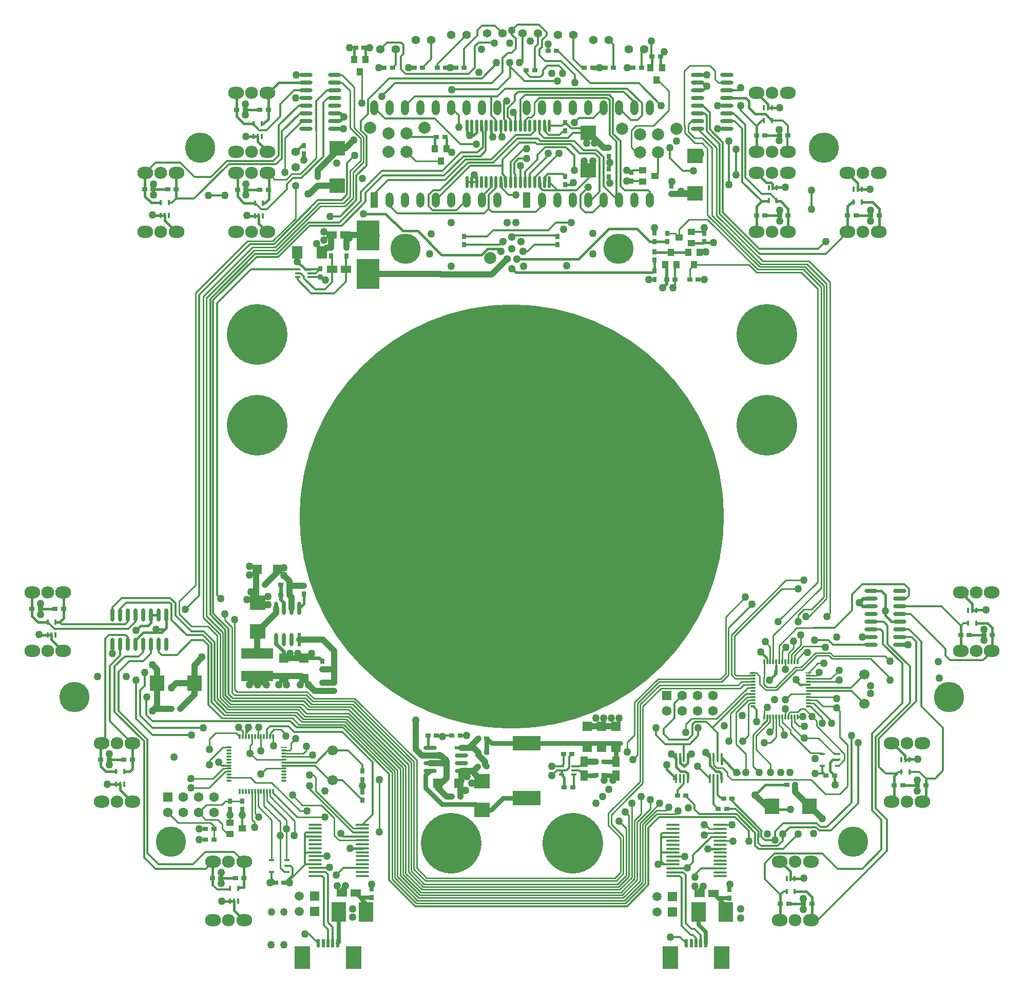
<source format=gbl>
%FSLAX25Y25*%
%MOIN*%
G70*
G01*
G75*
G04 Layer_Physical_Order=4*
G04 Layer_Color=16711680*
%ADD10O,0.08661X0.02362*%
%ADD11R,0.03000X0.03543*%
%ADD12R,0.05118X0.05512*%
%ADD13R,0.05512X0.05118*%
%ADD14R,0.03543X0.03000*%
%ADD15R,0.05000X0.06693*%
%ADD16R,0.04921X0.03937*%
%ADD17R,0.08661X0.02362*%
%ADD18O,0.08661X0.02362*%
%ADD19O,0.02362X0.08661*%
%ADD20R,0.09449X0.09843*%
%ADD21C,0.01575*%
%ADD22C,0.01181*%
%ADD23C,0.00984*%
%ADD24C,0.01000*%
%ADD25C,0.03150*%
%ADD26C,0.03937*%
%ADD27C,0.02756*%
%ADD28C,0.02362*%
%ADD29C,0.00591*%
%ADD30C,0.05906*%
%ADD31R,0.05906X0.05906*%
%ADD32C,0.05118*%
%ADD33C,0.07874*%
%ADD34O,0.10236X0.07874*%
%ADD35O,0.08268X0.07874*%
%ADD36R,0.05118X0.09843*%
%ADD37O,0.05118X0.09843*%
%ADD38C,0.05500*%
%ADD39C,0.06693*%
%ADD40R,0.06299X0.06299*%
%ADD41C,0.06299*%
%ADD42C,2.75591*%
%ADD43C,0.39370*%
%ADD44C,0.19685*%
%ADD45C,0.05000*%
%ADD46C,0.01969*%
%ADD47R,0.09646X0.09843*%
%ADD48R,0.09843X0.09449*%
%ADD49R,0.02362X0.08661*%
%ADD50O,0.02362X0.08661*%
%ADD51R,0.20866X0.07087*%
%ADD52O,0.03937X0.01024*%
%ADD53O,0.01024X0.03937*%
%ADD54R,0.03937X0.01024*%
%ADD55R,0.03543X0.01575*%
%ADD56R,0.09449X0.12598*%
%ADD57R,0.06693X0.05000*%
%ADD58R,0.09843X0.14961*%
%ADD59R,0.01969X0.05512*%
%ADD60O,0.08661X0.01575*%
%ADD61R,0.08661X0.01575*%
%ADD62R,0.18110X0.09252*%
%ADD63O,0.01378X0.06299*%
%ADD64R,0.07087X0.07874*%
%ADD65R,0.03543X0.01575*%
%ADD66R,0.09843X0.09646*%
%ADD67R,0.03937X0.04921*%
%ADD68O,0.02165X0.07874*%
%ADD69R,0.15000X0.19685*%
%ADD70R,0.01575X0.03543*%
%ADD71R,0.06000X0.06299*%
%ADD72R,0.06299X0.06000*%
D10*
X120551Y252000D02*
D03*
Y257000D02*
D03*
Y262000D02*
D03*
Y267000D02*
D03*
Y272000D02*
D03*
Y277000D02*
D03*
Y282000D02*
D03*
Y287000D02*
D03*
X139449Y252000D02*
D03*
Y257000D02*
D03*
Y262000D02*
D03*
Y267000D02*
D03*
Y272000D02*
D03*
Y277000D02*
D03*
Y282000D02*
D03*
Y287000D02*
D03*
X-115051D02*
D03*
Y282000D02*
D03*
Y277000D02*
D03*
Y272000D02*
D03*
Y267000D02*
D03*
Y262000D02*
D03*
Y257000D02*
D03*
Y252000D02*
D03*
X-133949Y287000D02*
D03*
Y282000D02*
D03*
Y277000D02*
D03*
Y272000D02*
D03*
Y267000D02*
D03*
Y262000D02*
D03*
Y257000D02*
D03*
Y252000D02*
D03*
X233051Y-83500D02*
D03*
Y-78500D02*
D03*
Y-73500D02*
D03*
Y-68500D02*
D03*
Y-63500D02*
D03*
Y-58500D02*
D03*
Y-53500D02*
D03*
Y-48500D02*
D03*
X251949Y-83500D02*
D03*
Y-78500D02*
D03*
Y-73500D02*
D03*
Y-68500D02*
D03*
Y-63500D02*
D03*
Y-58500D02*
D03*
Y-53500D02*
D03*
Y-48500D02*
D03*
D11*
X-135000Y-45000D02*
D03*
Y-50500D02*
D03*
X-123000Y-99500D02*
D03*
Y-94000D02*
D03*
Y-108000D02*
D03*
Y-113500D02*
D03*
X-115500Y-108000D02*
D03*
Y-113500D02*
D03*
X-91055Y-242224D02*
D03*
Y-247724D02*
D03*
X-97000Y-179000D02*
D03*
Y-184500D02*
D03*
Y-171000D02*
D03*
Y-165500D02*
D03*
X141279Y-242453D02*
D03*
Y-247953D02*
D03*
X-124500Y155500D02*
D03*
Y161000D02*
D03*
X-107374Y174669D02*
D03*
Y169169D02*
D03*
X-135000Y235500D02*
D03*
Y241000D02*
D03*
X92500Y172000D02*
D03*
Y166500D02*
D03*
X101000Y178500D02*
D03*
Y184000D02*
D03*
X125000D02*
D03*
Y178500D02*
D03*
X-31000Y176500D02*
D03*
Y182000D02*
D03*
X29500D02*
D03*
Y176500D02*
D03*
X34500Y256000D02*
D03*
Y250500D02*
D03*
X77500Y218000D02*
D03*
Y223500D02*
D03*
X-117374Y174669D02*
D03*
Y169169D02*
D03*
X92500Y154000D02*
D03*
Y159500D02*
D03*
Y178700D02*
D03*
Y184200D02*
D03*
X-175000Y-190488D02*
D03*
Y-184988D02*
D03*
X-126000Y215000D02*
D03*
Y220500D02*
D03*
X103500Y215000D02*
D03*
Y209500D02*
D03*
X34500Y221000D02*
D03*
Y215500D02*
D03*
X63000Y220500D02*
D03*
Y226000D02*
D03*
Y234012D02*
D03*
Y239512D02*
D03*
X-183000Y-190512D02*
D03*
Y-185012D02*
D03*
D14*
X-215500Y-125000D02*
D03*
X-221000D02*
D03*
X-150000Y-51000D02*
D03*
X-144500D02*
D03*
X-166000Y-44500D02*
D03*
X-160500D02*
D03*
X-150000D02*
D03*
X-144500D02*
D03*
X-199000Y-210000D02*
D03*
X-193500D02*
D03*
Y-203000D02*
D03*
X-199000D02*
D03*
X-148000Y-238000D02*
D03*
X-153500D02*
D03*
X-33500Y-182000D02*
D03*
X-39000D02*
D03*
X-16500Y-162500D02*
D03*
X-22000D02*
D03*
X-21898Y-153471D02*
D03*
X-16398D02*
D03*
X-49000Y-142500D02*
D03*
X-54500D02*
D03*
X-39000D02*
D03*
X-33500D02*
D03*
X-21898Y-144441D02*
D03*
X-16398D02*
D03*
X107500Y-181500D02*
D03*
X113000D02*
D03*
X134000Y-190000D02*
D03*
X139500D02*
D03*
X137500Y-183500D02*
D03*
X143000D02*
D03*
X178358Y-174469D02*
D03*
X183858D02*
D03*
X106000Y154000D02*
D03*
X100500D02*
D03*
X121000D02*
D03*
X115500D02*
D03*
X-49000Y246500D02*
D03*
X-43500D02*
D03*
X23500Y302500D02*
D03*
X29000D02*
D03*
X91000Y299000D02*
D03*
X96500D02*
D03*
X78512Y291500D02*
D03*
X84012D02*
D03*
X-306309Y-60185D02*
D03*
X-311809D02*
D03*
X-296809D02*
D03*
X-291309D02*
D03*
X-261500Y-158000D02*
D03*
X-267000D02*
D03*
X-252000D02*
D03*
X-246500D02*
D03*
X-189000Y-235000D02*
D03*
X-194500D02*
D03*
X-179500D02*
D03*
X-174000D02*
D03*
X189230Y-251813D02*
D03*
X194730D02*
D03*
X179730D02*
D03*
X174230D02*
D03*
X263230Y-174813D02*
D03*
X268730D02*
D03*
X253730D02*
D03*
X248230D02*
D03*
X306500Y-77000D02*
D03*
X312000D02*
D03*
X297000D02*
D03*
X291500D02*
D03*
X233000Y195500D02*
D03*
X238500D02*
D03*
X223500D02*
D03*
X218000D02*
D03*
X173811Y195498D02*
D03*
X179311D02*
D03*
X164311D02*
D03*
X158811D02*
D03*
X173730Y247687D02*
D03*
X179230D02*
D03*
X164230D02*
D03*
X158730D02*
D03*
X-172809Y212313D02*
D03*
X-178309D02*
D03*
X-163662Y212342D02*
D03*
X-158162D02*
D03*
X-173309Y264313D02*
D03*
X-178809D02*
D03*
X-163809D02*
D03*
X-158309D02*
D03*
X-233000Y212500D02*
D03*
X-238500D02*
D03*
X-223500D02*
D03*
X-218000D02*
D03*
X-101500Y304500D02*
D03*
X-96000D02*
D03*
X-77500Y291500D02*
D03*
X-83000D02*
D03*
X-58000D02*
D03*
X-63500D02*
D03*
X-48500D02*
D03*
X-43000D02*
D03*
X-31000D02*
D03*
X-36500D02*
D03*
X14797Y290000D02*
D03*
X9297D02*
D03*
X47000Y291500D02*
D03*
X52500D02*
D03*
X66000D02*
D03*
X60500D02*
D03*
X209500Y-168500D02*
D03*
X204000D02*
D03*
X39500Y-176000D02*
D03*
X34000D02*
D03*
X33500Y-154500D02*
D03*
X39000D02*
D03*
X60000Y-168000D02*
D03*
X54500D02*
D03*
X60000Y-159500D02*
D03*
X54500D02*
D03*
D15*
X47000Y-168555D02*
D03*
Y-159555D02*
D03*
X67500Y-159500D02*
D03*
Y-168500D02*
D03*
D16*
X-183000Y-206500D02*
D03*
Y-199000D02*
D03*
X-175000Y-202700D02*
D03*
X116500Y185000D02*
D03*
Y177500D02*
D03*
X108500Y181200D02*
D03*
X85000Y217500D02*
D03*
Y225000D02*
D03*
X93000Y221300D02*
D03*
D17*
X-32823Y-150398D02*
D03*
D18*
X-53295Y-165398D02*
D03*
Y-160398D02*
D03*
Y-155398D02*
D03*
Y-150398D02*
D03*
X-32823Y-165398D02*
D03*
Y-160398D02*
D03*
Y-155398D02*
D03*
D19*
X-259500Y-64051D02*
D03*
X-254500D02*
D03*
X-249500D02*
D03*
X-244500D02*
D03*
X-239500D02*
D03*
X-234500D02*
D03*
X-229500D02*
D03*
X-224500D02*
D03*
X-259500Y-82949D02*
D03*
X-254500D02*
D03*
X-249500D02*
D03*
X-244500D02*
D03*
X-239500D02*
D03*
X-234500D02*
D03*
X-229500D02*
D03*
X-224500D02*
D03*
D21*
X-241138Y-71138D02*
X-236638D01*
X-244000Y-74000D02*
X-241138Y-71138D01*
X-236638D02*
X-234500Y-69000D01*
X-27561Y247439D02*
X-25061D01*
X-22972Y249528D01*
X-29272Y249150D02*
Y253906D01*
Y249150D02*
X-27561Y247439D01*
X114224Y-156776D02*
X116500Y-154500D01*
X114138Y-156776D02*
X114224D01*
X103500Y-154500D02*
X105776Y-156776D01*
X106461D01*
X147500Y-167000D02*
Y-166500D01*
X187015Y-109515D02*
X188179D01*
X183500Y-106000D02*
X187015Y-109515D01*
X170500Y-103155D02*
X171584Y-102071D01*
X167297Y-106358D02*
X170500Y-103155D01*
X171584Y-102071D02*
Y-96994D01*
X32061Y-167726D02*
Y-165167D01*
X169311Y213498D02*
X171870D01*
X125500Y178000D02*
X131000D01*
X81313Y187000D02*
X89613Y178700D01*
X62862Y187000D02*
X81313D01*
X43098Y167236D02*
X62862Y187000D01*
X3244Y167236D02*
X43098D01*
X-13524Y247524D02*
X-12500Y246500D01*
X-13524Y247524D02*
Y253906D01*
X-26122Y248878D02*
Y253906D01*
X-22972Y249528D02*
Y253906D01*
X-139374Y165693D02*
X-134240Y160559D01*
X-131000D01*
X136118Y-160618D02*
Y-156929D01*
X128441Y-161882D02*
Y-156929D01*
X-170500Y-109500D02*
Y-108783D01*
X125000Y178500D02*
X125500Y178000D01*
X32061Y-167726D02*
X34000Y-169665D01*
Y-176000D02*
Y-169665D01*
X-54500Y-149193D02*
Y-142500D01*
Y-149193D02*
X-53295Y-150398D01*
X-136500Y241000D02*
X-135500D01*
X-140500Y237000D02*
X-136500Y241000D01*
X-96500Y196500D02*
X-82000D01*
X-70894Y185394D01*
X-61081D01*
X-45687Y170000D01*
X-19795D01*
X-15795Y174000D01*
X-8980D01*
X-7291Y172311D01*
X209500Y-174000D02*
X210000Y-174500D01*
X209500Y-174000D02*
Y-168500D01*
X208248Y-158252D02*
X211575D01*
X206500Y-160000D02*
X208248Y-158252D01*
X206500Y-165500D02*
Y-160000D01*
Y-165500D02*
X209500Y-168500D01*
X9263Y158500D02*
X91500D01*
X89613Y178700D02*
X92500D01*
Y172000D02*
X93000Y171500D01*
X103200D01*
X114500D01*
X92500Y159500D02*
Y166500D01*
X9188Y158425D02*
X9263Y158500D01*
X2575Y158425D02*
X9188D01*
X0Y161000D02*
X2575Y158425D01*
X124000Y177500D02*
X125000Y178500D01*
X116500Y177500D02*
X124000D01*
X100800Y178700D02*
X101000Y178500D01*
X92500Y178700D02*
X100800D01*
X164532Y-174469D02*
X178358D01*
X158000Y-181000D02*
X164532Y-174469D01*
X-194500Y-224539D02*
X-194272Y-224311D01*
X-194500Y-235000D02*
Y-226000D01*
X-174000Y-241000D02*
Y-235000D01*
X-178309Y212313D02*
Y222774D01*
X-178081Y223002D01*
X-178309Y207813D02*
Y212313D01*
X127284Y-215957D02*
X135319D01*
X233051Y-48500D02*
X240000D01*
X242500Y-51000D01*
Y-61500D02*
Y-51000D01*
Y-64500D02*
Y-61500D01*
Y-64500D02*
X246500Y-68500D01*
X251949D01*
X-234500Y-64051D02*
X-229500D01*
X-239500Y-75500D02*
X-227500D01*
X-225500Y-73500D02*
X-224500Y-72500D01*
X-227500Y-75500D02*
X-225500Y-73500D01*
X-231000D02*
X-225500D01*
X-244500Y-80500D02*
X-239500Y-75500D01*
X-244500Y-82949D02*
Y-80500D01*
X-234500Y-69000D02*
Y-64051D01*
X-224500Y-72500D02*
Y-64051D01*
X106461Y-162728D02*
Y-156776D01*
Y-162728D02*
X109366Y-165634D01*
X112516D01*
X114138Y-167255D01*
Y-170358D02*
Y-167255D01*
X109020Y-156776D02*
X109315Y-157071D01*
Y-160174D02*
Y-157071D01*
Y-160174D02*
X110641Y-161500D01*
X110732D01*
X111799Y-162567D01*
X114138Y-160228D01*
Y-156776D01*
X105272Y-170358D02*
X106461D01*
X135823Y-170217D02*
X136118Y-170512D01*
X38500Y215500D02*
X40000Y217000D01*
X34500Y215500D02*
X38500D01*
X96500Y292500D02*
Y299000D01*
X-50000Y239000D02*
Y245500D01*
X-42500Y239000D02*
Y245500D01*
X-102500Y297000D02*
Y303500D01*
X-95000Y297000D02*
Y303500D01*
X-138000Y-59764D02*
X-135000Y-56764D01*
Y-50500D01*
X-105051Y-215728D02*
X-97016D01*
X-172809Y212313D02*
X-163309D01*
X158730Y237191D02*
X158923Y236998D01*
X218193Y220248D02*
Y223000D01*
X238500Y185039D02*
Y195500D01*
X218000Y185004D02*
Y195500D01*
X223500D02*
X233000D01*
X218000D02*
Y201500D01*
X238500Y195500D02*
Y200000D01*
X-291502Y-49496D02*
X-291309Y-49689D01*
X-311809Y-60185D02*
Y-49724D01*
X-291309Y-60185D02*
Y-49689D01*
X-306309Y-60185D02*
X-296809D01*
X-291309Y-66185D02*
Y-60185D01*
X-311809Y-64685D02*
Y-60185D01*
X-246693Y-185500D02*
Y-182748D01*
X-267000Y-158000D02*
Y-147539D01*
X-246500Y-158000D02*
Y-147504D01*
X-261500Y-158000D02*
X-252000D01*
X-246500Y-164000D02*
Y-158000D01*
X-267000Y-162500D02*
Y-158000D01*
X-174000Y-235000D02*
Y-224504D01*
X-189000Y-235000D02*
X-179500D01*
X-194500Y-239500D02*
Y-235000D01*
X174230Y-262309D02*
Y-251813D01*
X179730D02*
X189230D01*
X174230D02*
Y-245813D01*
X194730Y-251813D02*
Y-247313D01*
X248230Y-185309D02*
X248423Y-185502D01*
X268502D02*
X268730Y-185274D01*
Y-174813D01*
X248230Y-185309D02*
Y-174813D01*
X253730D02*
X263230D01*
X248230D02*
Y-168813D01*
X268730Y-174813D02*
Y-170313D01*
X291693Y-52252D02*
Y-49500D01*
X312000Y-87461D02*
Y-77000D01*
X291500Y-87496D02*
Y-77000D01*
X297000D02*
X306500D01*
X291500D02*
Y-71000D01*
X312000Y-77000D02*
Y-72500D01*
X179083Y184809D02*
X179311Y185037D01*
X158811Y185002D02*
X159004Y184809D01*
X179311Y185037D02*
Y195498D01*
X158811Y185002D02*
Y195498D01*
X164311D02*
X173811D01*
X162043Y204730D02*
X166252D01*
X158811Y201498D02*
X162043Y204730D01*
X158811Y195498D02*
Y201498D01*
X179311Y195498D02*
Y199998D01*
X174579Y204730D02*
X179311Y199998D01*
X171370Y204730D02*
X174579D01*
X164230Y247687D02*
X173730D01*
X-178809Y264313D02*
Y274774D01*
X-158309Y264313D02*
Y274809D01*
X-173309Y264313D02*
X-163809D01*
X-158309Y258313D02*
Y264313D01*
X-178809Y259813D02*
Y264313D01*
X-218193Y185000D02*
Y187752D01*
X-238500Y212500D02*
Y222961D01*
X-218000Y212500D02*
Y222996D01*
X-233000Y212500D02*
X-223500D01*
X-218000Y206500D02*
Y212500D01*
X-238500Y208000D02*
Y212500D01*
Y222961D02*
X-238272Y223189D01*
X-158500Y275000D02*
X-158309Y274809D01*
X-158500Y275000D02*
X-151500Y282000D01*
X-133949D01*
X139449Y272000D02*
X151728D01*
X154000Y269728D01*
Y265417D02*
Y269728D01*
X158730Y237191D02*
Y247687D01*
Y253687D01*
X238272Y184811D02*
X238500Y185039D01*
X311772Y-87689D02*
X312000Y-87461D01*
X248230Y-168813D02*
X249772Y-167272D01*
X194730Y-261500D02*
Y-251813D01*
X170894Y-190469D02*
X180858D01*
X120551Y282000D02*
X124000D01*
X126500Y279500D01*
X124000Y277000D02*
X126500Y279500D01*
X120551Y277000D02*
X124000D01*
X100500Y-164398D02*
X106461Y-170358D01*
X100500Y-164398D02*
Y-161500D01*
X135823Y-170217D02*
Y-167113D01*
X134497Y-165787D02*
X135823Y-167113D01*
X132353Y-165787D02*
X134497D01*
X128448Y-161882D02*
X132353Y-165787D01*
X128441Y-161882D02*
X128448D01*
X126000Y-154488D02*
X128441Y-156929D01*
X126000Y-154488D02*
Y-153500D01*
X136118Y-156929D02*
X146189Y-167000D01*
X147500D01*
X-27561Y247439D02*
X-26122Y248878D01*
X258230Y-157859D02*
X263529D01*
X263668Y-157720D01*
X191103Y-243686D02*
X194730Y-247313D01*
X183522Y-243686D02*
X191103D01*
X180963Y-235418D02*
X183522D01*
X180963D02*
Y-230853D01*
X174423Y-224313D02*
X180963Y-230853D01*
X183522Y-235418D02*
X189354D01*
X291500Y-87496D02*
X291693Y-87689D01*
X308781Y-69281D02*
X312000Y-72500D01*
X301412Y-69281D02*
X308781D01*
X298853Y-61014D02*
X301412D01*
X298853D02*
Y-56660D01*
X291693Y-49500D02*
X298853Y-56660D01*
X301532Y-60893D02*
X307743D01*
X301412Y-61014D02*
X301532Y-60893D01*
X255500Y-158000D02*
X258059D01*
X255303Y-157803D02*
X255500Y-158000D01*
X255303Y-157803D02*
Y-155576D01*
X247133Y-147406D02*
X255303Y-155576D01*
X246461Y-147406D02*
X247133D01*
X-180500Y-256055D02*
Y-250000D01*
X-183059D02*
X-180500D01*
Y-256055D02*
X-173961Y-262595D01*
X-188500Y-250000D02*
X-183059D01*
X-177209Y-241000D02*
X-174000D01*
X-177941Y-241732D02*
X-177209Y-241000D01*
X-174191Y-224313D02*
X-174000Y-224504D01*
X-267000Y-162500D02*
X-263768Y-165732D01*
X-257059D01*
X-248232D02*
X-246500Y-164000D01*
X-251941Y-165732D02*
X-248232D01*
X-246691Y-147313D02*
X-246500Y-147504D01*
X-254500Y-177693D02*
Y-174000D01*
Y-177693D02*
X-246693Y-185500D01*
X-257059Y-174000D02*
X-254500D01*
X-262636D02*
X-257059D01*
X-262743Y-174107D02*
X-262636Y-174000D01*
X-311809Y-64685D02*
X-307762Y-68732D01*
X-301559D01*
X-293856D02*
X-291309Y-66185D01*
X-296441Y-68732D02*
X-293856D01*
X-299000Y-80187D02*
Y-77000D01*
X-306994Y-76722D02*
X-306715Y-77000D01*
X-301559D01*
X-299000D01*
X-225500Y192307D02*
Y195500D01*
Y192307D02*
X-218193Y185000D01*
X-233494Y195778D02*
X-233215Y195500D01*
X-228059D01*
X-225500D01*
X-238500Y208000D02*
X-234268Y203768D01*
X-228059D01*
X-218193Y223189D02*
X-218000Y222996D01*
X-178309Y207813D02*
X-174085Y203589D01*
X-166920D01*
X-160533D02*
X-157809Y206313D01*
X-161802Y203589D02*
X-160533D01*
X-157809Y206313D02*
Y222809D01*
X-164361Y190306D02*
Y195321D01*
Y190306D02*
X-158961Y184906D01*
X-172000Y195500D02*
X-171821Y195321D01*
X-166920D01*
X-164361D01*
X-178809Y259813D02*
X-174128Y255132D01*
X-167775D01*
X-178809Y274774D02*
X-178581Y275002D01*
X-161490Y255132D02*
X-158309Y258313D01*
X-162657Y255132D02*
X-161490D01*
X-165216Y243527D02*
Y246865D01*
X-172784D02*
X-167775D01*
X-165216D01*
X166144Y265417D02*
Y267967D01*
X173917Y265417D02*
X174000Y265500D01*
X166144Y265417D02*
X168702D01*
X173917D01*
X154000Y265417D02*
X157917Y261500D01*
X164352D01*
X168702Y257149D01*
X169114Y213695D02*
X169311Y213498D01*
X169114Y213695D02*
Y215922D01*
X168192Y216845D02*
X169114Y215922D01*
X165211Y216845D02*
X168192D01*
X158961Y223095D02*
X165211Y216845D01*
X172250Y213878D02*
X177436D01*
X171870Y213498D02*
X172250Y213878D01*
X234268Y204232D02*
X238500Y200000D01*
X227059Y204232D02*
X234268D01*
X218000Y201500D02*
X220732Y204232D01*
X221941D01*
X218000Y185004D02*
X218191Y184813D01*
X224500Y212500D02*
Y216693D01*
X218193Y223000D02*
X224500Y216693D01*
X232460Y212500D02*
X232639Y212679D01*
X224500Y212500D02*
X227059D01*
X232460D01*
X-299000Y-80187D02*
X-291502Y-87685D01*
Y-84933D01*
X-158002Y184813D02*
Y187565D01*
X-158502Y236813D02*
Y239565D01*
X-165216Y243527D02*
X-158502Y236813D01*
X174423Y-227065D02*
Y-224313D01*
X104000Y214000D02*
Y217500D01*
X91000Y291500D02*
Y298000D01*
X158923Y272435D02*
Y275187D01*
X166144Y267967D01*
X174230Y-262309D02*
X174423Y-262502D01*
D22*
X111579Y-156776D02*
Y-148000D01*
X115500D01*
X99409D02*
X111579D01*
X115500D02*
X121000Y-142500D01*
X93500Y-142091D02*
X99409Y-148000D01*
X121000Y-142500D02*
Y-137500D01*
X126124Y-133500D02*
X130059Y-137435D01*
X119000Y-133500D02*
X126124D01*
X117122Y-135378D02*
X119000Y-133500D01*
X105500Y-131000D02*
Y-121500D01*
X98500Y-138000D02*
X105500Y-131000D01*
X98500Y-141500D02*
Y-138000D01*
X105500Y-121500D02*
X110500Y-116500D01*
X114185Y-145031D02*
X117122Y-142094D01*
X220500Y-186000D02*
Y-142500D01*
X204642Y-201858D02*
X220500Y-186000D01*
X200173Y-201858D02*
X204642D01*
X197815Y-199500D02*
X200173Y-201858D01*
X176276Y-199500D02*
X197815D01*
X199500Y-204000D02*
X207284D01*
X197500Y-202000D02*
X199500Y-204000D01*
X180500Y-202000D02*
X197500D01*
X243500Y-217500D02*
Y-197000D01*
X199500Y-261500D02*
X243500Y-217500D01*
X194730Y-261500D02*
X199500D01*
X198406Y-262595D02*
X199500Y-261500D01*
X194039Y-262595D02*
X198406D01*
X240000Y-216500D02*
Y-197000D01*
X227500Y-229000D02*
X240000Y-216500D01*
X211500Y-229000D02*
X227500D01*
X112779Y-264433D02*
Y-232953D01*
Y-264433D02*
X116500Y-268154D01*
X118654D01*
X116138Y-272000D02*
X117500D01*
X119500Y-274000D01*
Y-277484D02*
Y-274000D01*
X-238500Y-110000D02*
Y-101500D01*
X-241500Y-113000D02*
X-238500Y-110000D01*
X-241500Y-129500D02*
Y-113000D01*
Y-129500D02*
X-233500Y-137500D01*
X-200500D01*
X-233500Y-142000D02*
X-208000D01*
X31000Y248000D02*
X33500Y250500D01*
X23843Y248000D02*
X31000D01*
X21811Y250032D02*
X23843Y248000D01*
X36500Y246000D02*
X39606Y249106D01*
X20815Y246000D02*
X36500D01*
X17972Y248843D02*
X20815Y246000D01*
X-17000Y237500D02*
Y253579D01*
X-20500Y234000D02*
X-17000Y237500D01*
X-31500Y234000D02*
X-20500D01*
X4878Y242878D02*
X15122D01*
X-6205Y231795D02*
X4878Y242878D01*
X-6205Y222409D02*
Y231795D01*
X3500Y245500D02*
X17000D01*
X-12000Y230000D02*
X3500Y245500D01*
X-28500Y230000D02*
X-12000D01*
X2394Y248000D02*
X12102D01*
X-13606Y232000D02*
X2394Y248000D01*
X-30122Y232000D02*
X-13606D01*
X18563Y243937D02*
X40563D01*
X17000Y245500D02*
X18563Y243937D01*
X16032Y241968D02*
X38032D01*
X15122Y242878D02*
X16032Y241968D01*
X16500Y232000D02*
Y235000D01*
X21500Y240000D01*
X13500Y229000D02*
X16500Y232000D01*
X21500Y240000D02*
X35000D01*
X11673Y217094D02*
Y222673D01*
X23500Y234500D01*
Y236000D01*
X8524Y224024D02*
X13500Y229000D01*
X8524Y217094D02*
Y224024D01*
X30500Y235956D02*
Y236000D01*
X14823Y220279D02*
X30500Y235956D01*
X14823Y217094D02*
Y220279D01*
X102500Y233000D02*
X111000Y224500D01*
X102500Y233000D02*
Y239500D01*
X84012Y291500D02*
Y301512D01*
X86000Y303500D01*
X51000Y281500D02*
X82500D01*
X30000Y302500D02*
X51000Y281500D01*
X29000Y302500D02*
X30000D01*
X19500Y305000D02*
Y309500D01*
X18000Y303500D02*
X19500Y305000D01*
X18000Y299500D02*
Y303500D01*
X30482Y292982D02*
X30500Y293000D01*
X23000Y292982D02*
X30482D01*
X30500Y293000D02*
X33000Y290500D01*
X20018Y290000D02*
X23000Y292982D01*
X33000Y288500D02*
Y290500D01*
X20018Y287333D02*
Y290000D01*
X18185Y285500D02*
X20018Y287333D01*
X12000Y285500D02*
X18185D01*
X9297Y288203D02*
Y290000D01*
Y288203D02*
X12000Y285500D01*
X-52429Y297071D02*
Y308500D01*
X-58000Y291500D02*
X-52429Y297071D01*
X-74500Y197000D02*
X-18000D01*
X-79500Y202000D02*
X-74500Y197000D01*
X-79500Y202000D02*
Y205500D01*
X-80500Y218500D02*
X-43622D01*
X-89500Y209500D02*
X-80500Y218500D01*
X-89500Y205500D02*
Y209500D01*
X-43622Y218500D02*
X-30122Y232000D01*
X-44000Y221500D02*
X-31500Y234000D01*
X-83709Y221500D02*
X-44000D01*
X-95000Y210209D02*
X-83709Y221500D01*
X-45000Y224500D02*
X-33000Y236500D01*
X-84500Y224500D02*
X-45000D01*
X-98036Y210964D02*
X-84500Y224500D01*
X-101000Y205500D02*
Y221500D01*
X-111500Y195000D02*
X-101000Y205500D01*
X-118000Y195000D02*
X-111500D01*
X-98036Y204964D02*
Y210964D01*
X-112000Y191000D02*
X-98036Y204964D01*
X-132143Y191000D02*
X-112000D01*
X-110500Y189000D02*
X-95000Y204500D01*
X-131360Y189000D02*
X-110500D01*
X-95000Y204500D02*
Y210209D01*
X-101000Y221500D02*
X-94500Y228000D01*
Y247373D01*
X-98000Y257000D02*
X-93500Y261500D01*
X-98000Y250873D02*
Y257000D01*
Y250873D02*
X-94500Y247373D01*
X-93500Y261500D02*
Y271000D01*
X-79878Y284622D01*
X-141500Y277000D02*
X-133949D01*
X-150500Y268000D02*
X-141500Y277000D01*
X-150500Y260000D02*
Y268000D01*
X-120000Y277000D02*
X-115051D01*
X-127000Y270000D02*
X-120000Y277000D01*
X-127000Y251000D02*
Y270000D01*
X-122500Y234000D02*
Y269000D01*
X-119500Y272000D01*
X-115051D01*
X-136750Y219750D02*
X-122500Y234000D01*
X-142250Y219750D02*
X-136750D01*
X-149378Y232685D02*
Y250122D01*
X-151347Y234653D02*
Y254153D01*
X-138500Y267000D02*
X-133949D01*
X-151347Y254153D02*
X-138500Y267000D01*
X-137500Y262000D02*
X-133949D01*
X-149378Y250122D02*
X-137500Y262000D01*
X-119394Y-152142D02*
X-106358D01*
X-127236Y-159984D02*
X-119394Y-152142D01*
X-118327Y-171354D02*
X-116500D01*
X-110146D01*
X-97000Y-184500D01*
X-106358Y-152142D02*
X-97000Y-161500D01*
Y-165500D02*
Y-161500D01*
X-110157Y-140000D02*
X-90500Y-159657D01*
Y-193858D02*
Y-159657D01*
X-97016Y-200374D02*
X-90500Y-193858D01*
X-141500Y-140000D02*
X-110157D01*
X-79775Y-236453D02*
Y-167370D01*
X-109942Y-137202D02*
X-79775Y-167370D01*
X-139992Y-137202D02*
X-109942D01*
X131000Y-187000D02*
Y-170512D01*
Y-187000D02*
X134000Y-190000D01*
X120500Y-162535D02*
Y-162500D01*
Y-162571D02*
Y-162535D01*
X133559Y-156929D02*
Y-140936D01*
X130059Y-137435D02*
X133559Y-140936D01*
X-131500Y-177236D02*
Y-175000D01*
Y-177236D02*
X-129500Y-179236D01*
X-103244Y-205492D01*
X-111500Y-206000D02*
X-109449Y-208051D01*
X-97016D01*
X253500Y-121500D02*
Y-95500D01*
X241000Y-83000D02*
X253500Y-95500D01*
X241000Y-83000D02*
Y-75000D01*
X244000Y-83000D02*
X258500Y-97500D01*
X244000Y-83000D02*
Y-71000D01*
X258500Y-121000D02*
Y-97500D01*
X188179Y-109515D02*
X192450D01*
X104500Y148500D02*
X106000Y150000D01*
Y154000D01*
X-6984Y228000D02*
X-6205Y228779D01*
X-27000Y228000D02*
X-6984D01*
X-6205Y222409D02*
X-4764Y220968D01*
X4284Y232500D02*
X9500D01*
X1500Y229716D02*
X4284Y232500D01*
X1500Y223000D02*
Y229716D01*
X8000Y239000D02*
X9500D01*
X-925Y230075D02*
X8000Y239000D01*
X-925Y217094D02*
Y230075D01*
X-7224Y247224D02*
X-6500Y246500D01*
X-7224Y247224D02*
Y253906D01*
X-24500Y222000D02*
X-22972Y220472D01*
Y217094D02*
Y220472D01*
X-26122Y220378D02*
X-24500Y222000D01*
X-26122Y217094D02*
Y220378D01*
Y217094D02*
X-22972D01*
X-29272D02*
X-26122D01*
X63500Y248000D02*
Y270500D01*
X62000Y272000D02*
X63500Y270500D01*
X17639Y272000D02*
X62000D01*
X70500Y214500D02*
Y243784D01*
X65563Y248721D02*
X70500Y243784D01*
X65563Y248721D02*
Y271437D01*
X68000Y209244D02*
Y243500D01*
X63500Y248000D02*
X68000Y243500D01*
X39606Y249106D02*
X49500D01*
X40563Y243937D02*
X46500Y238000D01*
X38032Y241968D02*
X44000Y236000D01*
X35000Y240000D02*
X40500Y234500D01*
X17972Y248843D02*
Y253906D01*
X14823Y250721D02*
Y253906D01*
X12102Y248000D02*
X14823Y250721D01*
X-17000Y253579D02*
X-16673Y253906D01*
X-33500Y242000D02*
X-23000D01*
X-50000Y258500D02*
X-33500Y242000D01*
X-82500Y258500D02*
X-50000D01*
X-18984Y240016D02*
Y249882D01*
X-19134Y250032D02*
X-18984Y249882D01*
X-19823Y253906D02*
X-19134Y253217D01*
Y250032D02*
Y253217D01*
X-22500Y236500D02*
X-18984Y240016D01*
X-33000Y236500D02*
X-22500D01*
X-146000Y216000D02*
X-142250Y219750D01*
X-146000Y212500D02*
Y216000D01*
X-125559Y155441D02*
X-124500Y156500D01*
X-123000Y155500D02*
X-121000Y153500D01*
X-124500Y155500D02*
X-123000D01*
X145784Y-193500D02*
X158000Y-205716D01*
X98693Y-226193D02*
X104610D01*
X95193D02*
X98693D01*
X95000Y-226000D02*
X95193Y-226193D01*
X97000Y-209000D02*
Y-206500D01*
X97780Y-205720D01*
X104610D01*
X97000Y-218883D02*
Y-209000D01*
Y-224500D02*
Y-218883D01*
Y-209000D02*
X97720Y-208280D01*
X104610D01*
X97000Y-224500D02*
X98693Y-226193D01*
X97000Y-218883D02*
X97368Y-218516D01*
X104610D01*
X109216Y-273500D02*
X113201Y-277484D01*
X103000Y-273500D02*
X109216D01*
X-134535Y-219535D02*
Y-206035D01*
X-134484Y-208051D02*
X-127724D01*
X-134535Y-206035D02*
X-133992Y-205492D01*
X-127724D01*
X-134535Y-226500D02*
Y-219535D01*
X-133287Y-218287D01*
X-127724D01*
X-144500Y-236465D02*
X-134535Y-226500D01*
X-144500Y-238000D02*
Y-236465D01*
X-134000Y-225965D02*
X-127724D01*
X-134500Y-271500D02*
X-131783D01*
X-125799Y-277484D01*
X26000Y-162500D02*
X26108Y-162608D01*
X26000Y-168500D02*
X29333Y-165167D01*
X32061D01*
X26108Y-162608D02*
X32061D01*
X-145000Y-136500D02*
X-141500Y-140000D01*
X-157000Y-136500D02*
X-145000D01*
X-159073Y-138573D02*
X-157000Y-136500D01*
X-159073Y-143055D02*
Y-138573D01*
X-233500Y-133000D02*
X-144195D01*
X-237378Y-129122D02*
X-233500Y-133000D01*
X-144195D02*
X-139992Y-137202D01*
X-197252Y-122284D02*
X-188535Y-131000D01*
X-195283Y-120717D02*
X-186882Y-129118D01*
X-193315Y-119503D02*
X-185818Y-127000D01*
X-182154Y-120130D02*
X-135144D01*
X-186000Y-116284D02*
X-182154Y-120130D01*
X-184000Y-115500D02*
X-181500Y-118000D01*
X162313Y-204529D02*
Y-204462D01*
X160012Y-206500D02*
Y-204944D01*
X158000Y-214000D02*
Y-205716D01*
X145068Y-190000D02*
X160012Y-204944D01*
X154000Y-211000D02*
Y-204500D01*
X145000Y-195500D02*
X154000Y-204500D01*
X160000Y-212236D02*
Y-206512D01*
X160012Y-206500D01*
Y-208413D02*
Y-206500D01*
X161980Y-204862D02*
X162313Y-204529D01*
X161980Y-208075D02*
X164252Y-210347D01*
X161980Y-208075D02*
Y-204862D01*
X113779Y-228453D02*
X117500Y-224732D01*
Y-220256D01*
X129476Y-208280D02*
X135319D01*
X101900Y-145031D02*
X114185D01*
X-49000Y-142500D02*
X-39500D01*
X93500Y-142091D02*
Y-137500D01*
X32061Y-162608D02*
X33500Y-161169D01*
Y-154500D01*
X32061Y-165167D02*
X35333D01*
X37179Y-163321D01*
Y-156321D01*
X39000Y-154500D01*
X39500Y-176000D02*
X40328Y-175172D01*
Y-167726D01*
X40328Y-165167D02*
X43612D01*
X47000Y-168555D01*
X40328Y-162608D02*
X43947D01*
X47000Y-159555D01*
X-185000Y231000D02*
X-155000D01*
X-195500Y220500D02*
X-185000Y231000D01*
X-206000Y220500D02*
X-195500D01*
X-215500Y230000D02*
X-206000Y220500D01*
X-231457Y230000D02*
X-215500D01*
X-155000Y231000D02*
X-151347Y234653D01*
X-153032Y229031D02*
X-149378Y232685D01*
X201378Y-165878D02*
X202500Y-167000D01*
X204000Y-168500D01*
X197000Y-167000D02*
X202500D01*
X201378Y-165878D02*
Y-162020D01*
X101900Y-145031D02*
Y-144900D01*
X98500Y-141500D02*
X101900Y-144900D01*
X152074Y-115421D02*
X156624D01*
X130059Y-137435D02*
X152074Y-115421D01*
X156624Y-123295D02*
X159000Y-125671D01*
X-191500Y138500D02*
X-169441Y160559D01*
X-139268D01*
X-126000Y205500D02*
X-110656D01*
X-154654Y176847D02*
X-126000Y205500D01*
X-152643Y170500D02*
X-132143Y191000D01*
X-151828Y168532D02*
X-131360Y189000D01*
X-166784Y170500D02*
X-152643D01*
X-165969Y168532D02*
X-151828D01*
X-170153Y176847D02*
X-154654D01*
X-203000Y-51500D02*
Y144000D01*
X-170153Y176847D01*
X-107000Y229500D02*
X-102000Y234500D01*
X-107000Y209156D02*
Y229500D01*
X-110656Y205500D02*
X-107000Y209156D01*
X-212000Y-60500D02*
X-203000Y-51500D01*
X-119555Y-263945D02*
Y-232724D01*
X-146000Y-227252D02*
X-143748D01*
X-142500Y-228500D01*
Y-233000D02*
Y-228500D01*
X-148000Y-238000D02*
X-147500D01*
X-156197Y-235303D02*
X-153500Y-238000D01*
X-156197Y-235303D02*
Y-231020D01*
X-175000Y-194000D02*
Y-190488D01*
Y-202700D02*
Y-194000D01*
X-183000Y-199000D02*
Y-194000D01*
X-103244Y-205492D02*
X-97016D01*
X-79775Y-236453D02*
X-62925Y-253303D01*
X-197252Y-122284D02*
Y-83748D01*
X-244000Y-131500D02*
X-233500Y-142000D01*
X-194000Y-63000D02*
X-184000Y-73000D01*
Y-115500D02*
Y-73000D01*
X-193315Y-119503D02*
Y-81685D01*
X-195283Y-120717D02*
Y-82717D01*
X-200500Y-80500D02*
X-197252Y-83748D01*
X-200750Y-77250D02*
X-195283Y-82717D01*
X-200250Y-74750D02*
X-193315Y-81685D01*
X-195968Y-63815D02*
X-186000Y-73784D01*
Y-116284D02*
Y-73784D01*
X90500Y299500D02*
X91000Y299000D01*
X90500Y299500D02*
Y309000D01*
X95000Y223300D02*
Y236500D01*
X93000Y221300D02*
X95000Y223300D01*
X84500Y218000D02*
X85000Y217500D01*
X77500Y218000D02*
X84500D01*
X79000Y225000D02*
X85000D01*
X77500Y223500D02*
X79000Y225000D01*
X70500Y214500D02*
X73172Y211828D01*
X95000Y236500D02*
Y237484D01*
X-65189Y246500D02*
X-49000D01*
X-67500Y248811D02*
X-65189Y246500D01*
X82500Y281500D02*
X97000Y267000D01*
X106000Y154000D02*
Y162500D01*
X-107874Y152626D02*
Y160669D01*
X-115500Y145000D02*
X-107874Y152626D01*
X-130327Y145000D02*
X-115500D01*
X-116874Y152126D02*
Y160000D01*
X-121500Y147500D02*
X-116874Y152126D01*
X-127980Y147500D02*
X-121500D01*
X-190410Y-159910D02*
X-188368Y-161952D01*
X-183876D01*
X-191500Y-51000D02*
X-189000Y-53500D01*
X-191500Y-51000D02*
Y138500D01*
X-124941Y160559D02*
X-124500Y161000D01*
X-127500Y158000D02*
X-124941Y160559D01*
X-124500Y160150D02*
Y161000D01*
X-125941Y160559D02*
X-124941D01*
X-130000D02*
X-125941D01*
X-139268Y153941D02*
X-130327Y145000D01*
X-135000Y154520D02*
X-127980Y147500D01*
X-131000Y158000D02*
X-127500D01*
X-131000Y155441D02*
X-125559D01*
X-135000Y154520D02*
Y156000D01*
X-137000Y158000D02*
X-135000Y156000D01*
X-139268Y153941D02*
Y155441D01*
Y158000D02*
X-137000D01*
X-107874Y160669D02*
Y168669D01*
X-116874Y160669D02*
Y168669D01*
X10311Y172311D02*
X14500Y176500D01*
X29500D01*
X1122Y182579D02*
X29500D01*
X-31000Y176500D02*
X-7988D01*
X-31000Y182000D02*
X-16000D01*
X28500Y191000D02*
X38500D01*
X23500Y186000D02*
X28500Y191000D01*
X-12000Y186000D02*
X23500D01*
X-16000Y182000D02*
X-12000Y186000D01*
X124000Y185000D02*
X125000Y184000D01*
X116500Y185000D02*
X124000D01*
X207284Y-204000D02*
X225000Y-186284D01*
X162991Y-135500D02*
X165679Y-132813D01*
Y-130382D01*
X154500Y-211500D02*
X155500D01*
X176295Y-216205D02*
X186000Y-206500D01*
X-180504Y-218000D02*
X-174191Y-224313D01*
X-199000Y-218000D02*
X-180504D01*
X-236782Y-218719D02*
Y-145219D01*
X-255500Y-126500D02*
X-236782Y-145219D01*
X-194500Y-224543D02*
X-194270Y-224313D01*
X-194500Y-224543D02*
Y-224539D01*
Y-226000D02*
Y-224543D01*
X-238750Y-221750D02*
Y-146250D01*
X-258000Y-127000D02*
X-238750Y-146250D01*
X-77488Y291500D02*
X-75500Y293488D01*
Y305000D01*
X118280Y-233453D02*
X122980Y-228752D01*
X135319D01*
X104610Y-221075D02*
X112657D01*
X104610Y-228752D02*
X113480D01*
X113779Y-228453D01*
X104610Y-231311D02*
X111138D01*
X104610Y-233870D02*
X108992D01*
X111138Y-231311D02*
X112779Y-232953D01*
X108992Y-233870D02*
X110177Y-235055D01*
X46500Y238000D02*
X55000D01*
X44000Y236000D02*
X54000D01*
X234000Y-141000D02*
X253500Y-121500D01*
X241500Y-68500D02*
X244000Y-71000D01*
X239500Y-73500D02*
X241000Y-75000D01*
X233051Y-73500D02*
X239500D01*
X233051Y-68500D02*
X241500D01*
X258000Y-73500D02*
X266000Y-81500D01*
X251949Y-73500D02*
X258000D01*
X251949Y-63500D02*
X259000D01*
X-249500Y-68500D02*
Y-64051D01*
X-251000Y-77000D02*
X-249500Y-78500D01*
Y-82949D02*
Y-78500D01*
X-244500Y-68500D02*
Y-64051D01*
X5374Y227874D02*
X5500Y228000D01*
X5374Y217094D02*
Y227874D01*
X50000Y220000D02*
Y224894D01*
X41799Y211799D02*
X50000Y220000D01*
X29567Y211799D02*
X41799D01*
X38378Y252122D02*
X46984D01*
X34500Y256000D02*
X38378Y252122D01*
X40500Y256000D02*
X43500Y259000D01*
X22161Y211799D02*
X29567D01*
X22141Y211779D02*
X22161Y211799D01*
X18661Y213221D02*
Y216406D01*
X17972Y217094D02*
X18661Y216406D01*
X24272Y217094D02*
X29567Y211799D01*
X40500Y225000D02*
Y234500D01*
X47500Y214000D02*
X49500D01*
X32405Y253906D02*
X34500Y256000D01*
X24272Y253906D02*
X32405D01*
X33500Y250500D02*
X34500D01*
X21811Y250032D02*
Y253217D01*
X21122Y253906D02*
X21811Y253217D01*
X33091Y222409D02*
X34500Y221000D01*
X23252Y222409D02*
X33091D01*
X21811Y220968D02*
X23252Y222409D01*
X21811Y217783D02*
Y220968D01*
X21122Y217094D02*
X21811Y217783D01*
X1500Y223000D02*
X2224Y222276D01*
Y217094D02*
Y222276D01*
X5374Y253906D02*
X6063Y254594D01*
X-4764Y217783D02*
Y220968D01*
Y217783D02*
X-4075Y217094D01*
X-10878Y254410D02*
X-10374Y253906D01*
X14500Y217417D02*
X14823Y217094D01*
X44284Y-205894D02*
Y-205894D01*
X37000Y-207610D02*
X38250Y-206360D01*
Y-206360D01*
X37000Y-207610D02*
Y-207610D01*
X43568Y-212178D02*
Y-212178D01*
X251949Y-53500D02*
X256000D01*
X258000Y-51500D01*
Y-47000D01*
X255000Y-44000D02*
X258000Y-47000D01*
X110177Y-266039D02*
Y-235055D01*
X-127724Y-228524D02*
X-118854D01*
X-118555Y-228224D01*
X-127724Y-220847D02*
X-119677D01*
X-121197Y-231083D02*
X-119555Y-232724D01*
X-127724Y-231083D02*
X-121197D01*
X-122158Y-265811D02*
Y-234827D01*
X-123343Y-233642D02*
X-122158Y-234827D01*
X-127724Y-233642D02*
X-123343D01*
X-114055Y-233224D02*
X-109354Y-228524D01*
X-97016D01*
X220158Y-111484D02*
X229000Y-102642D01*
X220598Y-113452D02*
X229000Y-121854D01*
X79500Y265500D02*
Y269000D01*
X84500Y260500D02*
Y268430D01*
X81500Y257500D02*
X84500Y260500D01*
X77284Y257500D02*
X81500D01*
X69500Y265284D02*
X77284Y257500D01*
X69500Y265284D02*
Y265500D01*
X53000Y259000D02*
X59500Y265500D01*
X43500Y259000D02*
X53000D01*
X-10374Y253906D02*
Y257374D01*
X-10878Y254410D02*
Y257878D01*
X-10374Y257374D01*
X-925Y253906D02*
Y257653D01*
X-5000Y258015D02*
X-4075Y257090D01*
Y253906D02*
Y257090D01*
X2224Y253906D02*
Y261276D01*
X1000Y262500D02*
X2224Y261276D01*
X8524Y253906D02*
Y257090D01*
X10634Y259201D01*
X-69500Y265500D02*
Y266500D01*
X5374Y253906D02*
Y270874D01*
X167721Y209472D02*
X171370Y205822D01*
Y204730D02*
Y205822D01*
X162221Y209472D02*
X167721D01*
X5374Y270874D02*
X8500Y274000D01*
X4139Y276000D02*
X72564D01*
X80102Y268462D01*
X-2878Y259606D02*
X-925Y257653D01*
X8500Y274000D02*
X63000D01*
X63564D01*
X63000D02*
X65563Y271437D01*
X44500Y209000D02*
X49500Y214000D01*
X44500Y200633D02*
Y209000D01*
Y200633D02*
X47500Y197633D01*
X52633D01*
X59500Y204500D01*
Y205500D01*
X19500Y202000D02*
Y205500D01*
X-7224Y217094D02*
X-6535Y216406D01*
Y213221D02*
Y216406D01*
Y213221D02*
X-2314Y209000D01*
X2500D01*
X-13538Y272962D02*
X-13500Y273000D01*
X-14398Y272962D02*
X-13538D01*
X-13500Y260500D02*
X-10878Y257878D01*
X-13500Y260500D02*
Y273000D01*
X74994Y278000D02*
X84532Y268462D01*
X2000Y273861D02*
X4139Y276000D01*
X-2878Y259606D02*
Y265122D01*
X2000Y270000D02*
Y273861D01*
X-2878Y265122D02*
X2000Y270000D01*
X-5000Y258015D02*
Y268500D01*
X-3500Y270000D01*
X-49500Y205500D02*
X-27000Y228000D01*
X-89500Y265500D02*
X-82500Y258500D01*
X51468Y205500D02*
X57000Y211032D01*
Y233000D01*
X54000Y236000D02*
X57000Y233000D01*
X55000Y238000D02*
X59342Y233658D01*
X67378Y207622D02*
X69500Y205500D01*
X67378Y208622D02*
X69000Y207000D01*
X89500Y205500D02*
Y211000D01*
X88672Y211828D02*
X89500Y211000D01*
X67378Y208622D02*
X68000Y209244D01*
X-39500Y265500D02*
X-34500Y260500D01*
Y253000D02*
Y260500D01*
X59342Y214657D02*
Y233658D01*
Y214657D02*
X66378Y207622D01*
X67378D01*
X73172Y211828D02*
X88672D01*
X-54000Y201500D02*
Y208930D01*
X-46701Y211799D02*
X-28500Y230000D01*
X-54000Y208930D02*
X-51131Y211799D01*
X-46701D01*
X-7988Y176500D02*
X-5847Y178642D01*
X7291Y172311D02*
X10311D01*
X0Y181457D02*
X1122Y182579D01*
X-218000Y206500D02*
X-206500D01*
X-183968Y229031D01*
X-153032D01*
X-197000Y208500D02*
X-186500D01*
X179000Y237000D02*
Y247457D01*
X148500Y263917D02*
Y267000D01*
Y263917D02*
X158730Y253687D01*
X139449Y277000D02*
X147000D01*
X148500Y278500D01*
X151500Y220192D02*
X162221Y209472D01*
X151500Y220192D02*
Y254500D01*
X144000Y262000D02*
X151500Y254500D01*
X139449Y262000D02*
X144000D01*
X139449Y257000D02*
X144500D01*
X149531Y251969D01*
Y217242D02*
Y251969D01*
Y217242D02*
X162043Y204730D01*
X194500Y199500D02*
Y211500D01*
X120551Y262000D02*
X125000D01*
X161000Y170500D02*
X203878D01*
X160500Y174000D02*
X199000D01*
X203500Y178500D02*
X204000D01*
X199000Y174000D02*
X203500Y178500D01*
X145500Y222000D02*
Y238500D01*
X141000Y215500D02*
Y244000D01*
X-251000Y-70000D02*
X-249500Y-68500D01*
X-249000Y-73000D02*
X-244500Y-68500D01*
X251949Y-58500D02*
X279000D01*
X291500Y-71000D01*
X281500Y-90500D02*
Y-86000D01*
Y-90500D02*
X284500Y-93500D01*
X305957D01*
X259000Y-63500D02*
X281500Y-86000D01*
X268730Y-170313D02*
X274687D01*
X280000Y-165000D01*
Y-137500D01*
X266000Y-123500D02*
X280000Y-137500D01*
X266000Y-123500D02*
Y-81500D01*
X259500Y-78500D02*
X262500Y-81500D01*
X251949Y-78500D02*
X259500D01*
X164140Y-235722D02*
X174230Y-245813D01*
X-254500Y-90500D02*
Y-82949D01*
X6786Y295286D02*
Y311000D01*
X5000Y293500D02*
X6786Y295286D01*
X18661Y213221D02*
X20103Y211779D01*
X22141D01*
X-54000Y201500D02*
X-51500Y199000D01*
X-36000D01*
X-29892Y205108D01*
X-13524Y213748D02*
Y217094D01*
X-19000Y208272D02*
X-13524Y213748D01*
X-19000Y206714D02*
Y208272D01*
X-18000Y197000D02*
X-15000Y200000D01*
X-10374Y213626D02*
Y217094D01*
X-15000Y209000D02*
X-10374Y213626D01*
X-15000Y200000D02*
Y209000D01*
X23500Y302500D02*
Y307000D01*
X192450Y-111484D02*
X220158D01*
X-1500Y292626D02*
Y295000D01*
X-85500Y303500D02*
X-81000Y308000D01*
X-72000D01*
X176000Y-206500D02*
X180500Y-202000D01*
X225000Y-186284D02*
Y-147000D01*
X-244000Y-106500D02*
X-243500D01*
X170858Y-210358D02*
Y-204917D01*
X176276Y-199500D01*
X-244000Y-131500D02*
Y-106500D01*
X-261000Y-97000D02*
X-254500Y-90500D01*
X-261000Y-133004D02*
X-246691Y-147313D01*
X-261000Y-133004D02*
Y-97000D01*
X-261685Y-77000D02*
X-251000D01*
X-264000Y-79315D02*
X-261685Y-77000D01*
X-264000Y-144543D02*
Y-79315D01*
X-267000Y-147539D02*
X-266772Y-147311D01*
X-258000Y-127000D02*
Y-97500D01*
X-251500Y-91000D01*
X-234500Y-89000D02*
Y-82949D01*
X-239500Y-94000D02*
X-234500Y-89000D01*
X-248500Y-94000D02*
X-239500D01*
X-255500Y-101000D02*
X-248500Y-94000D01*
X-255500Y-126500D02*
Y-101000D01*
X-251500Y-91000D02*
X-242500D01*
X-239500Y-88000D01*
Y-82949D01*
X-63038Y272962D02*
X-14398D01*
X-69500Y266500D02*
X-63038Y272962D01*
X120551Y267000D02*
X124000D01*
X136969Y197531D02*
X160500Y174000D01*
X135000Y196500D02*
X161000Y170500D01*
X-15000Y200000D02*
X-13000Y198000D01*
X15500D01*
X19500Y202000D01*
X118000Y224500D02*
Y226000D01*
X125000Y262000D02*
X126457Y260543D01*
X124000Y267000D02*
X128500Y262500D01*
Y251469D02*
Y262500D01*
Y251469D02*
X136969Y243001D01*
Y197531D02*
Y243001D01*
X126457Y250387D02*
Y260543D01*
Y250387D02*
X135000Y241844D01*
Y196500D02*
Y241844D01*
X111000Y224500D02*
X118000D01*
X8126Y283000D02*
X29500D01*
X-1500Y292626D02*
X-1000Y292126D01*
X8126Y283000D01*
X-1000Y285500D02*
Y292126D01*
X62928Y309500D02*
X66000Y306429D01*
Y291500D02*
Y306429D01*
X39857Y297174D02*
X45531Y291500D01*
X39857Y297174D02*
Y313000D01*
X41000Y282000D02*
Y287000D01*
X32000Y296000D02*
X41000Y287000D01*
X-72000Y308000D02*
X-70500Y306500D01*
X-12284Y308000D02*
X-11142Y309142D01*
X-69000Y287500D02*
X-28000D01*
X-72000Y290500D02*
X-69000Y287500D01*
X-70500Y300500D02*
Y306500D01*
X-72000Y290500D02*
Y299000D01*
X-70500Y300500D01*
X-21500Y308000D02*
X-12284D01*
X-28000Y287500D02*
X-24000Y291500D01*
Y305500D01*
X-21500Y308000D01*
X-48500Y291500D02*
Y293857D01*
X-29357Y313000D01*
X-31000Y291500D02*
Y304000D01*
X-22500Y312500D01*
X-11286Y319000D02*
X-6286Y314000D01*
X-22500Y312500D02*
Y316000D01*
X-19500Y319000D01*
X-11286D01*
X14797Y290000D02*
Y305000D01*
X16786Y306988D02*
Y314000D01*
X14797Y305000D02*
X16786Y306988D01*
X21500Y296000D02*
X32000D01*
X18000Y299500D02*
X21500Y296000D01*
X19500Y309500D02*
X22500Y312500D01*
Y314500D01*
X0Y316000D02*
X3500Y319500D01*
X17500D01*
X22500Y314500D01*
X-10000Y294122D02*
Y295000D01*
X0Y313000D02*
Y316000D01*
Y313000D02*
X2500Y310500D01*
Y304000D02*
Y310500D01*
X-126Y301374D02*
X2500Y304000D01*
X-2626Y301374D02*
X-126D01*
X-6000Y298000D02*
X-2626Y301374D01*
X-6000Y288500D02*
Y298000D01*
X-19500Y284622D02*
X-10000Y294122D01*
X-4500Y278000D02*
X74994D01*
X-14398Y272962D02*
X-9538D01*
X-4500Y278000D01*
X-9000Y277500D02*
X-1000Y285500D01*
X-39433Y277567D02*
X-39000Y277134D01*
X-39366Y277500D02*
X-9000D01*
X-13000Y281500D02*
X-6000Y288500D01*
X-76000Y281500D02*
X-13000D01*
X-84500Y273000D02*
X-76000Y281500D01*
X-79878Y284622D02*
X-19500D01*
X227500Y-44000D02*
X255000D01*
X220750Y-50750D02*
X227500Y-44000D01*
X220750Y-61250D02*
Y-50750D01*
X209500Y-72500D02*
X220750Y-61250D01*
X196000Y-72500D02*
X209500D01*
X-237378Y-117878D02*
X-237000Y-117500D01*
X-237378Y-129122D02*
Y-117878D01*
X-218500Y-64500D02*
X-208250Y-74750D01*
X-200250D01*
X-259500Y-59000D02*
X-253500Y-53000D01*
X-259500Y-64051D02*
Y-59000D01*
X-218500Y-64500D02*
Y-56500D01*
X-253500Y-53000D02*
X-222000D01*
X-218500Y-56500D01*
X-195968Y-63815D02*
Y141315D01*
X-166784Y170500D01*
X-194000Y-63000D02*
Y140500D01*
X-165969Y168532D01*
X-254500Y-64051D02*
Y-60000D01*
X-250500Y-56000D01*
X-222000D01*
X-221000Y-67500D02*
X-211250Y-77250D01*
X-200750D01*
X-222000Y-56000D02*
X-221000Y-57000D01*
Y-67500D02*
Y-57000D01*
X-229500Y-88000D02*
X-227500Y-90000D01*
X-229500Y-88000D02*
Y-82949D01*
X-227500Y-90000D02*
X-217500D01*
X-208000Y-80500D01*
X-200500D01*
X-210000Y-171500D02*
Y-170500D01*
X208500Y-83500D02*
X233051D01*
X196500Y-80500D02*
X205500D01*
X208500Y-83500D01*
X-62925Y-253303D02*
X74697D01*
X88500Y-239500D01*
Y-202500D01*
X159000Y-133500D02*
Y-125671D01*
X107500Y-178000D02*
X111579Y-173921D01*
Y-170358D01*
X192450Y-113452D02*
X220598D01*
X177804Y-218996D02*
X177808Y-219000D01*
X191113D02*
X191117Y-218996D01*
X177808Y-219000D02*
X182058D01*
X182062Y-218996D01*
X186859D01*
X186863Y-219000D01*
X191113D01*
X191117Y-218996D02*
X201496D01*
X154000Y-211000D02*
X154500Y-211500D01*
X164140Y-235722D02*
Y-225360D01*
X170504Y-218996D01*
X177804D01*
X176000Y-210701D02*
Y-206500D01*
X172465Y-214236D02*
X176000Y-210701D01*
X162000Y-214236D02*
X172465D01*
X160205Y-216205D02*
X176295D01*
X158000Y-214000D02*
X160205Y-216205D01*
X160000Y-212236D02*
X162000Y-214236D01*
X164839Y-210358D02*
X170858D01*
X164252Y-210347D02*
X164827D01*
X164839Y-210358D01*
X118654Y-268154D02*
X122650Y-272150D01*
Y-277484D02*
Y-272150D01*
X110177Y-266039D02*
X116138Y-272000D01*
X-116350Y-277484D02*
Y-267150D01*
X-119555Y-263945D02*
X-116350Y-267150D01*
X-119500Y-277484D02*
Y-268468D01*
X-122158Y-265811D02*
X-119500Y-268468D01*
X-148050Y-159984D02*
X-127236D01*
X-148050Y-161952D02*
X-127729D01*
X-119327Y-170354D01*
X117500Y-220256D02*
X129476Y-208280D01*
X88500Y-202500D02*
X95500Y-195500D01*
X145000D01*
X107500Y-181500D02*
Y-178000D01*
X113000Y-181500D02*
X114000Y-182500D01*
X141352Y-183500D02*
X162313Y-204462D01*
X121500Y-193500D02*
X145784D01*
X113500Y-182500D02*
X118378Y-187378D01*
Y-190378D02*
Y-187378D01*
Y-190378D02*
X121500Y-193500D01*
X133559Y-181027D02*
X136031Y-183500D01*
X133559Y-181027D02*
Y-170512D01*
X120500Y-162571D02*
X128441Y-170512D01*
X117122Y-142094D02*
Y-135378D01*
X139500Y-190000D02*
X145068D01*
X236184Y-143316D02*
X258500Y-121000D01*
X242932Y-167272D02*
X249772D01*
X238316Y-162656D02*
X242932Y-167272D01*
X238316Y-162656D02*
Y-144361D01*
X262500Y-120177D01*
Y-81500D01*
X249772Y-167272D02*
X250917Y-166127D01*
X253112D01*
X264544D02*
X268730Y-170313D01*
X258230Y-166127D02*
X264544D01*
X174230Y-245813D02*
X176357Y-243686D01*
X178404D01*
X291500Y-71000D02*
X293219Y-69281D01*
X296294D01*
X305957Y-93500D02*
X311770Y-87687D01*
X-183678Y-242352D02*
X-183059Y-241732D01*
X-191648Y-242352D02*
X-183678D01*
X-194500Y-239500D02*
X-191648Y-242352D01*
X-266770Y-147313D02*
X-264000Y-144543D01*
X-292589Y-70000D02*
X-251000D01*
X-293856Y-68732D02*
X-292589Y-70000D01*
X-297291Y-73000D02*
X-249000D01*
X-301559Y-68732D02*
X-297291Y-73000D01*
X-238270Y223187D02*
X-231457Y230000D01*
X-220732Y203768D02*
X-218000Y206500D01*
X-222941Y203768D02*
X-220732D01*
X-159000Y199500D02*
X-146000Y212500D01*
X-162831Y199500D02*
X-159000D01*
X-166920Y203589D02*
X-162831Y199500D01*
X-159500Y251000D02*
X-150500Y260000D01*
X-164000Y251000D02*
X-159500D01*
X-167775Y254775D02*
X-164000Y251000D01*
X-167775Y254775D02*
Y255132D01*
X179230Y247687D02*
Y253770D01*
X175851Y257149D02*
X179230Y253770D01*
X168702Y257149D02*
X175851D01*
X158730Y253687D02*
X162192Y257149D01*
X163584D01*
X203878Y170500D02*
X218191Y184813D01*
X-147500Y-238000D02*
X-142500Y-233000D01*
X-125941Y160559D02*
X-124500Y162000D01*
X46984Y252122D02*
X50000Y249106D01*
X-238750Y-221750D02*
X-231500Y-229000D01*
X-198957D01*
X-194500Y-224543D01*
X-236782Y-218719D02*
X-229500Y-226000D01*
X-207000D01*
X-199000Y-218000D01*
X201496Y-218996D02*
X211500Y-229000D01*
X236184Y-189684D02*
Y-143316D01*
Y-189684D02*
X243500Y-197000D01*
X234000Y-191000D02*
Y-141000D01*
Y-191000D02*
X240000Y-197000D01*
D23*
X133000Y-131500D02*
X153016Y-111484D01*
X116500Y-131500D02*
X133000D01*
X112986Y-135014D02*
X116500Y-131500D01*
X81000Y236500D02*
X83189D01*
X77500Y240000D02*
X81000Y236500D01*
X77500Y240000D02*
Y251000D01*
X80500Y254000D02*
X92000D01*
X77500Y251000D02*
X80500Y254000D01*
X92000D02*
X102000Y264000D01*
X94800Y283500D02*
X102000Y276300D01*
Y264000D02*
Y276300D01*
X-103000Y207000D02*
Y223500D01*
X-108500Y201500D02*
X-103000Y207000D01*
X-124643Y201500D02*
X-108500D01*
X-103000Y223500D02*
X-96370Y230130D01*
Y246370D01*
X-102500Y252500D02*
Y279000D01*
X-110500Y287000D02*
X-102500Y279000D01*
X-115051Y287000D02*
X-110500D01*
X-137500Y222500D02*
X-127000Y233000D01*
X-143000Y222500D02*
X-137500D01*
X-127000Y233000D02*
Y251000D01*
X-146500Y219000D02*
X-143000Y222500D01*
X-154000Y219000D02*
X-146500D01*
X-74361Y-234211D02*
Y-165128D01*
X-135506Y-131789D02*
X-107700D01*
X-76133Y-234945D02*
Y-165862D01*
X-136563Y-133560D02*
X-108434D01*
X-107700Y-131789D02*
X-74361Y-165128D01*
X-108434Y-133560D02*
X-76133Y-165862D01*
X-77905Y-235678D02*
Y-166595D01*
X-109168Y-135332D02*
X-77905Y-166595D01*
X-138327Y-135332D02*
X-109168D01*
X158822Y-101819D02*
X161000Y-103996D01*
Y-109000D02*
Y-103996D01*
Y-109000D02*
X164772Y-112772D01*
X163710Y-104600D02*
Y-94555D01*
X163518Y-104793D02*
X163710Y-104600D01*
X163518Y-109012D02*
Y-104793D01*
Y-109012D02*
X165506Y-111000D01*
X232889Y-92394D02*
X245500Y-105006D01*
Y-107538D02*
Y-105006D01*
X244766Y-108272D02*
X245500Y-107538D01*
X242103Y-90623D02*
X245599Y-94118D01*
X208500Y-90623D02*
X242103D01*
X244766Y-108272D02*
X246234D01*
X207766Y-92394D02*
X232889D01*
X205971Y-90600D02*
X207766Y-92394D01*
X197751Y-90600D02*
X205971D01*
X188407Y-99943D02*
X197751Y-90600D01*
X206705Y-88828D02*
X208500Y-90623D01*
X197017Y-88828D02*
X206705D01*
X187674Y-98172D02*
X197017Y-88828D01*
X184734Y-99943D02*
X188407D01*
X171905Y-112772D02*
X184734Y-99943D01*
X164772Y-112772D02*
X171905D01*
X156801Y-101819D02*
X158822D01*
X156624Y-101641D02*
X156801Y-101819D01*
X184000Y-98172D02*
X187674D01*
X165506Y-111000D02*
X171171D01*
X184000Y-98172D01*
X170500Y-103155D02*
Y-100500D01*
X171584Y-99416D02*
Y-94555D01*
X83228Y-172316D02*
Y-122272D01*
X-172853Y-140853D02*
X-169250Y-137250D01*
X-172853Y-140853D02*
Y-139103D01*
Y-143055D02*
Y-140853D01*
Y-139103D02*
X-171000Y-137250D01*
X-177500Y-137000D02*
X-174821Y-139679D01*
Y-143055D02*
Y-139679D01*
X-86000Y-205000D02*
Y-171000D01*
X-188535Y-131000D02*
X-142659D01*
X-186882Y-129118D02*
X-141006D01*
X-185472Y-127347D02*
X-139949D01*
X-185818Y-127000D02*
X-185472Y-127347D01*
X-181500Y-118000D02*
X-134145D01*
X-133411Y-116228D02*
X-129455Y-120185D01*
X-180277Y-116228D02*
X-133411D01*
X-181772Y-114734D02*
X-180277Y-116228D01*
X-133000Y-114000D02*
X-128587Y-118413D01*
X-178500Y-114000D02*
X-133000D01*
X-180000Y-112500D02*
X-178500Y-114000D01*
X63933Y-191567D02*
X63977D01*
X62379Y-193121D02*
X63933Y-191567D01*
X126896Y193000D02*
X159500Y160396D01*
X115000Y193000D02*
X126896D01*
X108500Y186500D02*
X115000Y193000D01*
X-167000Y-202000D02*
Y-198916D01*
X-168916Y-197000D02*
X-167000Y-198916D01*
X-168916Y-197000D02*
Y-178882D01*
X153016Y-111484D02*
X156624D01*
X-153296Y172847D02*
X-124643Y201500D01*
X-137500Y-191500D02*
X-133000D01*
X-156000Y-173000D02*
X-137500Y-191500D01*
X-166500Y-173000D02*
X-156000D01*
X-139500Y-195500D02*
X-121500D01*
X-146500Y-188500D02*
X-139500Y-195500D01*
X-183876Y-169826D02*
X-169674D01*
X-166500Y-173000D01*
X142500Y-103006D02*
Y-77000D01*
Y-103006D02*
X145073Y-105578D01*
X142500Y-77000D02*
X178000Y-41500D01*
X175155Y-47000D02*
X186000D01*
X144500Y-77655D02*
X175155Y-47000D01*
X178000Y-41500D02*
X189500D01*
X144500Y-102500D02*
Y-77655D01*
Y-102500D02*
X145610Y-103610D01*
X156624D01*
X145073Y-105578D02*
X156624D01*
X-61928Y-228572D02*
Y-158561D01*
Y-228572D02*
X-55500Y-235000D01*
X67000D02*
X70500Y-231500D01*
X-55500Y-235000D02*
X67000D01*
X-102076Y-118413D02*
X-61928Y-158561D01*
X-128587Y-118413D02*
X-102076D01*
X-180000Y-112500D02*
Y-67000D01*
X-98700Y289000D02*
X-97500Y287800D01*
Y269500D02*
Y287800D01*
X-63700Y-229306D02*
Y-159295D01*
X-56234Y-236772D02*
X67734D01*
X72272Y-232234D01*
X-63700Y-229306D02*
X-56234Y-236772D01*
X-186500Y-67500D02*
X-181772Y-72228D01*
X-129455Y-120185D02*
X-102810D01*
X-63700Y-159295D01*
X-186500Y-67500D02*
Y-63500D01*
X-181772Y-114734D02*
Y-72228D01*
X-134145Y-118000D02*
X-130189Y-121957D01*
X-135144Y-120130D02*
X-131546Y-123728D01*
X-141006Y-129118D02*
X-136563Y-133560D01*
X-139949Y-127347D02*
X-135506Y-131789D01*
X-136103Y-122000D02*
X-132603Y-125500D01*
X-182929Y-122000D02*
X-136103D01*
X-187870Y-117059D02*
X-182929Y-122000D01*
X-142659Y-131000D02*
X-138327Y-135332D01*
X-198500Y-64864D02*
X-187870Y-75494D01*
Y-117059D02*
Y-75494D01*
X-68500Y237000D02*
X-62500Y231000D01*
X-46200D01*
X108500Y181200D02*
Y186500D01*
X159500Y160396D02*
X189104D01*
X-167653Y172847D02*
X-153296D01*
X189104Y160396D02*
X200721Y148779D01*
X105700Y184000D02*
X108500Y181200D01*
X101000Y184000D02*
X105700D01*
X77740Y-197188D02*
X77983Y-196945D01*
X161500Y-88354D02*
X165502Y-92356D01*
X161500Y-88354D02*
Y-88000D01*
X161679D01*
X165679Y-92000D01*
Y-94555D02*
Y-92000D01*
X164500Y-81500D02*
X167647Y-84647D01*
Y-94555D02*
Y-84647D01*
X-170000Y-154000D02*
X-165985Y-158015D01*
X-148050D01*
X-168916Y-147916D02*
Y-143055D01*
X-170000Y-149000D02*
X-168916Y-147916D01*
X-170000Y-154000D02*
Y-149000D01*
X-158000Y223000D02*
X-157809Y222809D01*
X170500Y-100500D02*
X171584Y-99416D01*
X154500Y-101641D02*
X156624D01*
X10634Y259201D02*
X10733Y259299D01*
X12299D01*
X14500Y261500D01*
Y268861D01*
X17639Y272000D01*
X-157809Y222809D02*
X-154000Y219000D01*
X-174821Y-143555D02*
Y-143055D01*
X-172853Y-143555D02*
Y-143055D01*
X-74361Y-234211D02*
X-60682Y-247890D01*
X-198500Y-64864D02*
Y142000D01*
X-132603Y-125500D02*
X-106000D01*
X-69015Y-162485D01*
X-198500Y142000D02*
X-167653Y172847D01*
X-102500Y252500D02*
X-96370Y246370D01*
X-69015Y-231996D02*
X-58468Y-242543D01*
X-69015Y-231996D02*
Y-162485D01*
X-104901Y-123728D02*
X-67243Y-161386D01*
Y-231262D02*
X-57734Y-240772D01*
X-67243Y-231262D02*
Y-161386D01*
X-131546Y-123728D02*
X-104901D01*
X-103543Y-121957D02*
X-65472Y-160028D01*
Y-230528D02*
X-57000Y-239000D01*
X-65472Y-230528D02*
Y-160028D01*
X-130189Y-121957D02*
X-103543D01*
X-60682Y-247890D02*
X72182D01*
X83087Y-236985D01*
Y-199402D01*
X91495Y-190995D01*
X-58468Y-242543D02*
X69968D01*
X77740Y-234771D01*
Y-197188D01*
X-57734Y-240772D02*
X69234D01*
X75968Y-234037D01*
X-57000Y-239000D02*
X68500D01*
X74197Y-233303D01*
X-76133Y-234945D02*
X-61416Y-249661D01*
X72916D01*
X84858Y-237719D01*
Y-200136D01*
X-62150Y-251433D02*
X73650D01*
X-77905Y-235678D02*
X-62150Y-251433D01*
X73650D02*
X86630Y-238453D01*
Y-200870D01*
X106000Y-193500D02*
X108000Y-191500D01*
X-193500Y-210000D02*
Y-203000D01*
Y-201500D01*
X-223500Y-192500D02*
X-216779Y-199221D01*
X-195780D01*
X-193500Y-201500D01*
X-179145Y-140700D02*
X-176790Y-143055D01*
X-187897Y-150141D02*
X-183876D01*
X-192500Y-140700D02*
X-179145D01*
X-196500Y-151500D02*
Y-144700D01*
X-192500Y-140700D01*
X-196500Y-161500D02*
Y-158745D01*
X-187897Y-150141D01*
X169616Y-94555D02*
Y-77384D01*
X200721Y-46279D02*
Y148779D01*
X169616Y-77384D02*
X200721Y-46279D01*
X77983Y-196945D02*
Y-186517D01*
X78000Y-186500D01*
Y-186517D02*
Y-186500D01*
X75968Y-234037D02*
Y-194500D01*
X74197Y-233303D02*
Y-202697D01*
X72272Y-232234D02*
Y-207772D01*
X64500Y-200000D02*
X72272Y-207772D01*
X62379Y-200879D02*
X70500Y-209000D01*
Y-231500D02*
Y-209000D01*
X150485Y-109515D02*
X156624D01*
X148221Y-111779D02*
X150485Y-109515D01*
X96721Y-111779D02*
X148221D01*
X85000Y-123500D02*
X96721Y-111779D01*
X83228Y-122272D02*
X95750Y-109750D01*
X148961Y-107547D02*
X156624D01*
X146757Y-109750D02*
X148961Y-107547D01*
X95750Y-109750D02*
X146757D01*
X69500Y-198000D02*
X74197Y-202697D01*
X73469Y-192000D02*
X75968Y-194500D01*
X85000Y-173424D02*
Y-123500D01*
X64500Y-200000D02*
Y-194000D01*
X62379Y-200879D02*
Y-193121D01*
X64500Y-194000D02*
X74924Y-183576D01*
Y-183500D01*
X63977Y-191567D02*
X83228Y-172316D01*
X74924Y-183500D02*
X85000Y-173424D01*
X91495Y-190995D02*
X95989Y-186500D01*
X96000D01*
X86630Y-200870D02*
X94000Y-193500D01*
X106000D01*
X84858Y-200136D02*
X93747Y-191247D01*
X99753D01*
X102000Y-189000D01*
X112986Y-140474D02*
Y-135014D01*
D24*
X127000Y195966D02*
Y239000D01*
X123500Y242500D02*
X127000Y239000D01*
X118722Y242500D02*
X123500D01*
X112035Y249186D02*
X118722Y242500D01*
X112035Y249186D02*
Y254176D01*
X118500Y246000D02*
X123500D01*
X114500Y250000D02*
X118500Y246000D01*
X114500Y250000D02*
Y255000D01*
X123500Y246000D02*
X129874Y239626D01*
Y195626D02*
Y239626D01*
X213000Y-143500D02*
X218000Y-148500D01*
Y-175284D02*
Y-148500D01*
X212784Y-180500D02*
X218000Y-175284D01*
X132000Y284035D02*
Y289500D01*
X128500Y293000D02*
X132000Y289500D01*
X115500Y293000D02*
X128500D01*
X132000Y284035D02*
X134035Y282000D01*
X112000Y289500D02*
X115500Y293000D01*
X112000Y254211D02*
Y289500D01*
X-105017Y207983D02*
Y224483D01*
X-109500Y203500D02*
X-105017Y207983D01*
X-125287Y203500D02*
X-109500D01*
X-98213Y231287D02*
Y245696D01*
X-105017Y224483D02*
X-98213Y231287D01*
X-105000Y252483D02*
Y276500D01*
X-110500Y282000D02*
X-105000Y276500D01*
X-115051Y282000D02*
X-110500D01*
X-136500Y257000D02*
X-133949D01*
X-147500Y246000D02*
X-136500Y257000D01*
X-147500Y223500D02*
Y246000D01*
X177475Y-124975D02*
X178000Y-125500D01*
X177490Y-124990D02*
Y-124510D01*
X140000Y-168500D02*
X142713Y-171213D01*
X140000Y-168500D02*
Y-166500D01*
X-127500Y-178500D02*
Y-169500D01*
Y-178500D02*
X-103067Y-202933D01*
X-131500Y-168000D02*
X-129000D01*
X-127500Y-169500D01*
X-115500Y-207356D02*
Y-196000D01*
X-112246Y-210610D02*
X-97016D01*
X-115500Y-207356D02*
X-112246Y-210610D01*
X203000Y-84500D02*
X203500Y-85000D01*
X189187Y-84500D02*
X203000D01*
X198592Y-95500D02*
X202500D01*
X192450Y-101641D02*
X198592Y-95500D01*
X197390Y-103610D02*
X199500Y-101500D01*
X192450Y-103610D02*
X197390D01*
X189500Y-88500D02*
X192000D01*
X185364Y-92636D02*
X189500Y-88500D01*
X185364Y-94555D02*
Y-92636D01*
X181427Y-94555D02*
Y-89732D01*
X187500Y-83659D01*
Y-77000D01*
X183395Y-90292D02*
X189187Y-84500D01*
X183395Y-94555D02*
Y-90292D01*
X183000Y-85458D02*
Y-81000D01*
X179458Y-89000D02*
X183000Y-85458D01*
X179458Y-94555D02*
Y-89000D01*
X142000Y-145000D02*
Y-128150D01*
X141000Y-146000D02*
X142000Y-145000D01*
Y-128150D02*
X152761Y-117389D01*
X145500Y-127500D02*
X153642Y-119358D01*
X145500Y-148000D02*
Y-127500D01*
Y-148000D02*
X152000Y-154500D01*
X153368Y-122550D02*
X154591Y-121326D01*
X153368Y-124040D02*
Y-122550D01*
Y-124040D02*
X153500Y-124172D01*
Y-142500D02*
Y-124172D01*
X150000Y-146000D02*
X153500Y-142500D01*
X152000Y-166500D02*
Y-154500D01*
X158500Y-164500D02*
X160500D01*
X-164979Y-143055D02*
Y-137479D01*
X-164500Y-137000D01*
X78500Y-158000D02*
X81449Y-155051D01*
Y-121535D01*
X-163010Y-152490D02*
X-163000Y-152500D01*
X-163010Y-152490D02*
Y-143055D01*
X-155136Y-148783D02*
X-154919Y-149000D01*
X-155136Y-148783D02*
Y-143055D01*
X-146787Y-142713D02*
Y-141713D01*
X-150000Y-138500D02*
X-146787Y-141713D01*
X-154583Y-138500D02*
X-150000D01*
X-156935Y-140853D02*
X-154583Y-138500D01*
X-156935Y-142885D02*
Y-140853D01*
X-157105Y-143055D02*
X-156935Y-142885D01*
X-184406Y-125567D02*
X-138900D01*
X-191437Y-118536D02*
X-184406Y-125567D01*
X-183666Y-123779D02*
X-137859D01*
X-189650Y-117796D02*
X-183666Y-123779D01*
X75000Y-153000D02*
Y-146661D01*
X79661Y-142000D01*
Y-120794D01*
X142898Y-200602D02*
X143000Y-200500D01*
X135319Y-200602D02*
X142898D01*
X211000Y-124500D02*
X213000Y-126500D01*
Y-143500D02*
Y-126500D01*
X203500Y-180500D02*
X212784D01*
X194213Y-171213D02*
X203500Y-180500D01*
X142713Y-171213D02*
X194213D01*
X131000Y-161500D02*
X133000Y-163500D01*
X131000Y-161500D02*
Y-156929D01*
X115500Y154000D02*
Y160700D01*
X118300Y163500D01*
X153879D01*
X158763Y158616D01*
X167500Y-140000D02*
X169616Y-137884D01*
Y-130382D01*
X164000Y-147000D02*
X168000D01*
X171584Y-143416D01*
Y-130382D01*
X-164500Y-196500D02*
Y-195500D01*
X-166947Y-193053D02*
X-164500Y-195500D01*
X-166947Y-193053D02*
Y-178882D01*
X-164979Y-188521D02*
X-156197Y-197303D01*
Y-223500D02*
Y-197303D01*
X193713Y-153713D02*
X200591D01*
X180787Y-140787D02*
X193713Y-153713D01*
X180787Y-140787D02*
Y-138931D01*
X209500Y-154500D02*
X211575D01*
X199000Y-144000D02*
X209500Y-154500D01*
X190000Y-144000D02*
X199000D01*
X195000Y-130000D02*
X197713Y-132713D01*
Y-136069D02*
Y-132713D01*
Y-136069D02*
X216000Y-154356D01*
Y-158000D02*
Y-154356D01*
X214634Y-159366D02*
X216000Y-158000D01*
X214634Y-159573D02*
Y-159366D01*
X212187Y-162020D02*
X214634Y-159573D01*
X211575Y-162020D02*
X212187D01*
X200591Y-153713D02*
X201378Y-154500D01*
X156500Y-162500D02*
X158500Y-164500D01*
X156500Y-162500D02*
Y-141991D01*
X153642Y-119358D02*
X156624D01*
X154591Y-121326D02*
X156624D01*
X138713Y-102287D02*
Y-65287D01*
X135287Y-105713D02*
X138713Y-102287D01*
X94743Y-105713D02*
X135287D01*
X140500Y-103028D02*
Y-72500D01*
X136028Y-107500D02*
X140500Y-103028D01*
X95483Y-107500D02*
X136028D01*
X152761Y-117389D02*
X156624D01*
X-153819Y174969D02*
X-125287Y203500D01*
X-171983Y178724D02*
X-155431D01*
X-140500Y193656D02*
Y215000D01*
X-155431Y178724D02*
X-140500Y193656D01*
X-205621Y145086D02*
X-171983Y178724D01*
X-205621Y-44621D02*
Y145086D01*
X-134458Y-130009D02*
X-106654D01*
X-72582Y-233474D02*
Y-164081D01*
X81307Y-236248D02*
Y-198665D01*
X-106654Y-130009D02*
X-72582Y-164081D01*
X-59945Y-246110D02*
X71445D01*
X81307Y-236248D01*
X-72582Y-233474D02*
X-59945Y-246110D01*
X-197521Y-71500D02*
X-191437Y-77584D01*
Y-118536D02*
Y-77584D01*
X-208000Y-71500D02*
X-197521D01*
X-138900Y-125567D02*
X-134458Y-130009D01*
X-216000Y-55000D02*
X-205621Y-44621D01*
X-216000Y-63500D02*
X-208000Y-71500D01*
X-216000Y-63500D02*
Y-55000D01*
X158884Y158616D02*
X159000Y158500D01*
X158763Y158616D02*
X158884D01*
X159000Y158500D02*
X188000D01*
X-164979Y-188521D02*
Y-178882D01*
X-147980Y-231020D02*
X-146000D01*
X-150500Y-228500D02*
X-147980Y-231020D01*
X-150500Y-228500D02*
Y-207500D01*
X-146500Y-223000D02*
X-146000Y-223500D01*
X-146500Y-223000D02*
Y-203000D01*
X-175024Y-185012D02*
X-175000Y-184988D01*
X-183000Y-185012D02*
X-175024D01*
X-186012D02*
X-183000D01*
X-188500Y-187500D02*
X-186012Y-185012D01*
X-198500Y-187500D02*
X-188500D01*
X-203500Y-192500D02*
X-198500Y-187500D01*
X-136000Y-187713D02*
X-123787D01*
X-142500Y-181213D02*
Y-181000D01*
Y-181213D02*
X-136000Y-187713D01*
X-103067Y-202933D02*
X-97016D01*
X-123787Y-187713D02*
X-115500Y-196000D01*
X-141000Y-207500D02*
Y-198000D01*
X-150500Y-207500D02*
Y-198500D01*
X-161042Y-187958D02*
X-150500Y-198500D01*
X-146500Y-203000D02*
Y-197500D01*
X-159073Y-184927D02*
X-146500Y-197500D01*
X-157105Y-181895D02*
X-141000Y-198000D01*
X-159073Y-184927D02*
Y-178882D01*
X-157105Y-181895D02*
Y-178882D01*
X-155136Y-179864D02*
X-146500Y-188500D01*
X-155136Y-179864D02*
Y-178882D01*
X-137859Y-123779D02*
X-133638Y-128000D01*
X-189650Y-117796D02*
Y-76714D01*
X-200621Y-65743D02*
X-189650Y-76714D01*
X163710Y-126290D02*
X166000Y-124000D01*
X163710Y-130382D02*
Y-126290D01*
X198500Y-42720D02*
Y148000D01*
X188000Y158500D02*
X198500Y148000D01*
X-168532Y174969D02*
X-153819D01*
X143339Y-210839D02*
X143500Y-211000D01*
X135319Y-210839D02*
X143339D01*
X158500Y-142647D02*
X167647Y-133500D01*
X158500Y-151500D02*
Y-142647D01*
Y-151500D02*
X168000Y-161000D01*
X156500Y-141991D02*
X162991Y-135500D01*
X190094Y-125094D02*
X195000Y-130000D01*
X187406Y-125094D02*
X190094D01*
X185374Y-127126D02*
X187406Y-125094D01*
X201500Y-134000D02*
Y-131000D01*
X193795Y-123295D02*
X201500Y-131000D01*
X192450Y-123295D02*
X193795D01*
X207500Y-134500D02*
Y-133000D01*
X195826Y-121326D02*
X207500Y-133000D01*
X202000Y-123500D02*
X210000D01*
X211000Y-124500D01*
X192450Y-105578D02*
X206922D01*
X212500Y-100000D01*
X188619Y-130382D02*
X189000Y-130000D01*
X185364Y-130382D02*
X188619D01*
X173553Y-135553D02*
Y-130382D01*
X183395Y-133367D02*
Y-130382D01*
X-143500Y-147500D02*
X-140500Y-144500D01*
X-143500Y-151000D02*
Y-147500D01*
X-144610Y-152110D02*
X-143500Y-151000D01*
X-148050Y-152110D02*
X-144610D01*
X-159421Y-163921D02*
X-148050D01*
X-163000Y-167500D02*
X-159421Y-163921D01*
X-130547Y-156047D02*
X-129500Y-155000D01*
X-148050Y-156047D02*
X-130547D01*
X-208500Y-176500D02*
Y-176000D01*
Y-177500D02*
Y-176500D01*
Y-177500D02*
X-208111Y-177889D01*
X-161042Y-187958D02*
Y-178882D01*
X-133500Y-152138D02*
Y-149500D01*
X-135441Y-154078D02*
X-133500Y-152138D01*
X-148050Y-154078D02*
X-135441D01*
X181079Y-115421D02*
X192450D01*
X177500Y-119000D02*
X181079Y-115421D01*
X177490Y-99990D02*
Y-94555D01*
X197858Y-119358D02*
X202000Y-123500D01*
X192450Y-119358D02*
X197858D01*
X209953Y-107547D02*
X211000Y-106500D01*
X176000Y-139500D02*
Y-138000D01*
X173553Y-135553D02*
X176000Y-138000D01*
X112000Y254211D02*
X112035Y254176D01*
X134035Y282000D02*
X139449D01*
X114500Y255000D02*
X116500Y257000D01*
X120551D01*
Y252000D02*
X133000Y239551D01*
Y195500D02*
Y239551D01*
X192450Y-117389D02*
X209889D01*
X211000Y-118500D01*
X190233Y162175D02*
X202500Y149908D01*
X129874Y195626D02*
X161537Y163963D01*
X191500D01*
X204292Y151171D01*
Y-53500D02*
Y151171D01*
X133000Y195500D02*
X162750Y165750D01*
X192750D01*
X206390Y-40311D02*
X206413Y-40334D01*
X192750Y165750D02*
X206390Y152110D01*
Y-40311D02*
Y152110D01*
X183000Y-81000D02*
X183958Y-81958D01*
X202500Y-52500D02*
Y149908D01*
X194500Y-60500D02*
X202500Y-52500D01*
X192792Y-65000D02*
X204292Y-53500D01*
X191000Y-65000D02*
X192792D01*
X204500D02*
X206413Y-63087D01*
Y-40334D01*
X160791Y162175D02*
X190233D01*
X127000Y195966D02*
X160791Y162175D01*
X-200621Y-65743D02*
Y142879D01*
X-133638Y-128000D02*
X-106135D01*
X-70794Y-163341D01*
X-200621Y142879D02*
X-168532Y174969D01*
X-105000Y252483D02*
X-98213Y245696D01*
X-70794Y-232733D02*
Y-163341D01*
Y-232733D02*
X-59205Y-244323D01*
X192450Y-121326D02*
X195826D01*
X-59205Y-244323D02*
X70705D01*
X79520Y-235508D01*
Y-197925D01*
X167647Y-133500D02*
Y-130382D01*
X-188000Y-203000D02*
Y-200000D01*
Y-203000D02*
X-184500Y-206500D01*
X-203500Y-192500D02*
X-199000Y-197000D01*
X-191000D01*
X-188000Y-200000D01*
X-208500Y-176500D02*
X-196921D01*
X-208500Y-170500D02*
X-194000D01*
X-187421Y-163921D02*
X-183876D01*
X-196921Y-176500D02*
X-186310Y-165889D01*
X-183876D01*
X-194000Y-170500D02*
X-187421Y-163921D01*
X175521Y-94555D02*
Y-87479D01*
X178000Y-85000D01*
X179000D01*
X173553Y-94555D02*
Y-83947D01*
X185000Y-72500D01*
X196000D01*
X186000Y-68500D02*
Y-64000D01*
X189500Y-60500D01*
X194500D01*
X173000Y-68221D02*
X198500Y-42720D01*
X173000Y-68500D02*
Y-68221D01*
X140500Y-72500D02*
X156000Y-57000D01*
X138713Y-65287D02*
X151500Y-52500D01*
X81449Y-121535D02*
X95483Y-107500D01*
X79661Y-120794D02*
X94743Y-105713D01*
X168000Y-166500D02*
Y-161000D01*
X126779Y-205720D02*
X135319D01*
X125500Y-207000D02*
X126779Y-205720D01*
X128161Y-203161D02*
X135319D01*
X124500Y-199500D02*
X128161Y-203161D01*
X192450Y-107547D02*
X209953D01*
X175521Y-133665D02*
Y-130382D01*
Y-133665D02*
X180787Y-138931D01*
X181427Y-136427D02*
Y-130382D01*
Y-136427D02*
X189000Y-144000D01*
X190000D01*
X183395Y-133367D02*
X186528Y-136500D01*
X190000D01*
X79520Y-197925D02*
X84000Y-193445D01*
Y-182000D01*
X81307Y-198665D02*
X90000Y-189972D01*
Y-184000D01*
X137000Y-163500D02*
X140000Y-166500D01*
X133000Y-163500D02*
X137000D01*
X179458Y-130382D02*
X179628Y-130212D01*
Y-128180D02*
X180681Y-127126D01*
X179628Y-130212D02*
Y-128180D01*
X180681Y-127126D02*
X185374D01*
X177490Y-130382D02*
Y-124990D01*
X177475Y-124975D02*
X177490Y-124990D01*
D25*
X52500Y291500D02*
X57000D01*
X47000Y-168555D02*
X53945D01*
X54500Y-168000D01*
X10441Y-147583D02*
X70583D01*
X67500Y-159500D02*
Y-150000D01*
X60000Y-159500D02*
X67500D01*
X-45500Y-187000D02*
X-23390D01*
X-56000Y-176500D02*
X-45500Y-187000D01*
X-56000Y-176500D02*
Y-168102D01*
X-23390Y-187000D02*
X-19500Y-190890D01*
X-5713Y-183213D02*
X10441D01*
X-13390Y-190890D02*
X-5713Y-183213D01*
X-19500Y-190890D02*
X-13390D01*
X-56000Y-168102D02*
X-53295Y-165398D01*
X-13256Y-147583D02*
X10441D01*
X-16398Y-153471D02*
Y-146398D01*
Y-144441D02*
X-13256Y-147583D01*
X60500Y-168500D02*
X67500D01*
D26*
X-126106Y214894D02*
X-113500D01*
X-131500Y209500D02*
X-126106Y214894D01*
X-132500Y209500D02*
X-131500D01*
X-108130Y239106D02*
X-102736Y244500D01*
X-113500Y239106D02*
X-108130D01*
X49000Y-159500D02*
X54500D01*
X103500Y209500D02*
X116106D01*
X-48000Y-175500D02*
X-42500Y-170000D01*
X-62500Y-151500D02*
Y-132500D01*
Y-151500D02*
X-58602Y-155398D01*
X-53295D01*
X-46102D02*
X-42500Y-159000D01*
X-34500Y-173500D02*
X-33500Y-174500D01*
X-26213Y-165398D02*
X-24898D01*
X-26213D02*
X-19500Y-172110D01*
X-24898Y-165398D02*
X-22197Y-162697D01*
X-34500Y-173500D02*
X-32823Y-171823D01*
X-132000Y-109500D02*
X-128000Y-113500D01*
X-123000D01*
X-115500D01*
X-165000Y-104283D02*
X-159783Y-109500D01*
X-165500Y-103784D02*
X-136791D01*
X-170500Y-109500D02*
X-165500Y-104500D01*
X-136791Y-103784D02*
X-135111Y-105463D01*
X-159783Y-109500D02*
X-159500D01*
X-165500Y-104500D02*
Y-103784D01*
X-165000Y-104283D01*
Y-109500D02*
Y-104283D01*
X-165500Y-89217D02*
Y-75390D01*
X-165000Y-74890D02*
X-153000Y-62890D01*
Y-59764D01*
X-166000Y-55110D02*
X-165000Y-56110D01*
X-166000Y-44500D02*
Y-35000D01*
X-165500Y-34500D01*
X-143000Y-59764D02*
Y-52500D01*
X-144500Y-51000D02*
X-143000Y-52500D01*
X-144000Y-45000D02*
X-135000D01*
X-144500Y-51000D02*
Y-44500D01*
Y-42000D01*
X-148000Y-38500D02*
X-144500Y-42000D01*
X-160500Y-44500D02*
X-152000Y-36000D01*
Y-34500D01*
X58250Y-136500D02*
X67500D01*
X49000D02*
X58250D01*
X-42500Y-182000D02*
X-39000D01*
X-48000Y-176500D02*
X-42500Y-182000D01*
X-48000Y-176500D02*
Y-175500D01*
X-113500Y237500D02*
Y239106D01*
X-126000Y225000D02*
X-113500Y237500D01*
X-126000Y220500D02*
Y225000D01*
X-93500Y157461D02*
X-46500D01*
X-93500Y182539D02*
X-87961D01*
X-93961Y183000D02*
X-93500Y182539D01*
X-108000Y183000D02*
X-93961D01*
X-107374Y182374D02*
X-105500Y180500D01*
X-201500Y-91500D02*
X-201000D01*
X116106Y209500D02*
X116500Y209894D01*
X-123626Y171500D02*
X-120457Y174669D01*
X-117374D01*
Y182626D01*
X-107374Y174669D02*
Y182374D01*
X-46500Y157461D02*
X-46284Y157244D01*
X-13236D01*
X-3244Y167236D01*
X158000Y-181000D02*
X165469Y-188469D01*
X168894D01*
X-230465Y-108500D02*
Y-99535D01*
X-233500Y-96500D02*
X-230465Y-99535D01*
X-221000Y-111500D02*
X-218000Y-108500D01*
X-206252D01*
Y-115752D02*
Y-108500D01*
X-232000Y-125000D02*
X-230465Y-123465D01*
X-233500Y-126500D02*
X-232000Y-125000D01*
X-221000D01*
X-206252Y-108500D02*
Y-96752D01*
X-230465Y-123465D02*
Y-108500D01*
X-138000Y-80236D02*
X-122764D01*
X-115500Y-87500D01*
X-123000Y-99500D02*
X-115500D01*
X-123000Y-108000D02*
X-115500D01*
Y-99500D02*
Y-87500D01*
Y-108000D02*
Y-99500D01*
X59595Y239512D02*
X63000D01*
X183858Y-179220D02*
Y-174469D01*
Y-179220D02*
X193106Y-188469D01*
X195858Y-191220D01*
X193106Y-188469D02*
X193468D01*
X201500Y-196500D01*
X110000Y211331D02*
X111437Y209894D01*
X116500D01*
X-215500Y-125000D02*
X-206252Y-115752D01*
X-53295Y-155398D02*
X-46102D01*
X-53295Y-160398D02*
X-43602D01*
X-42500Y-170000D02*
Y-159000D01*
X-27854Y-150398D02*
X-21898Y-144441D01*
X-32823Y-150398D02*
X-27854D01*
X-24971D01*
X-21898Y-153471D01*
X-17472Y-161528D02*
X-16500Y-162500D01*
X-17472Y-161528D02*
Y-159565D01*
X-21898Y-155140D02*
X-17472Y-159565D01*
X-21898Y-155140D02*
Y-153471D01*
X-206252Y-96752D02*
X-201000Y-91500D01*
X-148185Y-91963D02*
X-135111D01*
X-33500Y-182000D02*
Y-174500D01*
X-32823Y-171823D02*
Y-165398D01*
X-26213D01*
X-166000Y-55110D02*
Y-44500D01*
X50000Y249106D02*
X59595Y239512D01*
D27*
X133780Y-247953D02*
X138996Y-253169D01*
X131913Y-246087D02*
X133780Y-247953D01*
X138996Y-256953D02*
Y-253169D01*
X121280Y-265500D02*
Y-256953D01*
X121780Y-244953D02*
Y-242953D01*
X124279Y-240453D01*
X133780Y-247953D02*
X141279D01*
X-98555Y-247724D02*
X-91055D01*
X-101555Y-244724D02*
X-98555Y-247724D01*
X-110555Y-244724D02*
Y-242724D01*
X-108055Y-240224D01*
X-98555Y-247724D02*
X-95000Y-251279D01*
Y-259063D02*
Y-251279D01*
Y-259063D02*
X-94839Y-259224D01*
X121280Y-265500D02*
X125799Y-270020D01*
Y-277484D02*
Y-270020D01*
X-112555Y-276839D02*
Y-257224D01*
X-113201Y-277484D02*
X-112555Y-276839D01*
D28*
X-125037Y-91963D02*
X-123000Y-94000D01*
X-148185Y-91963D02*
Y-87887D01*
X-153000Y-83072D02*
X-148185Y-87887D01*
X-153000Y-83072D02*
Y-80236D01*
X225500Y-56000D02*
X228000Y-58500D01*
X233051D01*
X225500Y-56000D02*
X228000Y-53500D01*
X233051D01*
X-150000Y-51000D02*
Y-44500D01*
Y-54000D02*
Y-51000D01*
Y-54000D02*
X-148000Y-56000D01*
Y-59764D02*
Y-56000D01*
X-135111Y-91963D02*
X-125037D01*
D30*
X-138055Y-256724D02*
D03*
Y-246724D02*
D03*
X94279Y-246953D02*
D03*
Y-256953D02*
D03*
D31*
X-128055Y-256724D02*
D03*
Y-246724D02*
D03*
X104279Y-246953D02*
D03*
Y-256953D02*
D03*
D32*
X0Y173976D02*
D03*
X5847Y178642D02*
D03*
X7291Y172311D02*
D03*
X3244Y167236D02*
D03*
X-3244D02*
D03*
X-7291Y172311D02*
D03*
X-5847Y178642D02*
D03*
X0Y181457D02*
D03*
D33*
X83189Y236500D02*
D03*
Y248311D02*
D03*
X106811Y252012D02*
D03*
X71378D02*
D03*
X95000Y248311D02*
D03*
Y236500D02*
D03*
X-68500Y237000D02*
D03*
Y248811D02*
D03*
X-92122Y252512D02*
D03*
X-56689D02*
D03*
X-80311Y248811D02*
D03*
Y237000D02*
D03*
X-14000Y168000D02*
D03*
D34*
X-311539Y-49406D02*
D03*
X-291461D02*
D03*
X-311539Y-87594D02*
D03*
X-291461D02*
D03*
X-266539Y-147406D02*
D03*
X-246461D02*
D03*
X-266539Y-185594D02*
D03*
X-246461D02*
D03*
X-194039Y-224406D02*
D03*
X-173961D02*
D03*
X-194039Y-262595D02*
D03*
X-173961D02*
D03*
X194039D02*
D03*
X173961D02*
D03*
X194039Y-224406D02*
D03*
X173961D02*
D03*
X311539Y-87594D02*
D03*
X291461D02*
D03*
X311539Y-49406D02*
D03*
X291461D02*
D03*
X238039Y184906D02*
D03*
X217961D02*
D03*
X238039Y223095D02*
D03*
X217961D02*
D03*
X179039Y184906D02*
D03*
X158961D02*
D03*
X179039Y223095D02*
D03*
X158961D02*
D03*
X179039Y236906D02*
D03*
X158961D02*
D03*
X179039Y275095D02*
D03*
X158961D02*
D03*
X-179039D02*
D03*
X-158961D02*
D03*
X-179039Y236906D02*
D03*
X-158961D02*
D03*
X-179039Y223095D02*
D03*
X-158961D02*
D03*
X-179039Y184906D02*
D03*
X-158961D02*
D03*
X-238039Y223095D02*
D03*
X-217961D02*
D03*
X-238039Y184906D02*
D03*
X-217961D02*
D03*
X266539Y-185594D02*
D03*
X246461D02*
D03*
X266539Y-147406D02*
D03*
X246461D02*
D03*
D35*
X-301500Y-49406D02*
D03*
Y-87594D02*
D03*
X-256500Y-147406D02*
D03*
Y-185594D02*
D03*
X-184000Y-224406D02*
D03*
Y-262595D02*
D03*
X184000D02*
D03*
Y-224406D02*
D03*
X301500Y-87594D02*
D03*
Y-49406D02*
D03*
X228000Y184906D02*
D03*
Y223095D02*
D03*
X169000Y184906D02*
D03*
Y223095D02*
D03*
Y236906D02*
D03*
Y275095D02*
D03*
X-169000D02*
D03*
Y236906D02*
D03*
Y223095D02*
D03*
Y184906D02*
D03*
X-228000Y223095D02*
D03*
Y184906D02*
D03*
X256500Y-185594D02*
D03*
Y-147406D02*
D03*
D36*
X9500Y205500D02*
D03*
X-89500D02*
D03*
D37*
X19500D02*
D03*
X29500D02*
D03*
X39500D02*
D03*
X49500D02*
D03*
X59500D02*
D03*
X69500D02*
D03*
X79500D02*
D03*
X89500D02*
D03*
X9500Y265500D02*
D03*
X19500D02*
D03*
X29500D02*
D03*
X39500D02*
D03*
X49500D02*
D03*
X59500D02*
D03*
X69500D02*
D03*
X79500D02*
D03*
X89500D02*
D03*
X-9500D02*
D03*
X-19500D02*
D03*
X-29500D02*
D03*
X-39500D02*
D03*
X-49500D02*
D03*
X-59500D02*
D03*
X-69500D02*
D03*
X-79500D02*
D03*
X-89500D02*
D03*
X-9500Y205500D02*
D03*
X-19500D02*
D03*
X-29500D02*
D03*
X-39500D02*
D03*
X-49500D02*
D03*
X-59500D02*
D03*
X-69500D02*
D03*
X-79500D02*
D03*
D38*
X-140500Y237000D02*
D03*
Y227000D02*
D03*
X-75500Y303500D02*
D03*
X-85500D02*
D03*
X-52429Y309500D02*
D03*
X-62429D02*
D03*
X-29357Y313000D02*
D03*
X-39357D02*
D03*
X-6286Y314000D02*
D03*
X-16286D02*
D03*
X16786D02*
D03*
X6786D02*
D03*
X39857Y313000D02*
D03*
X29857D02*
D03*
X62928Y309500D02*
D03*
X52929D02*
D03*
X86000Y303500D02*
D03*
X76000D02*
D03*
D39*
X-116500Y-152142D02*
D03*
Y-171354D02*
D03*
X229000Y-102642D02*
D03*
Y-121854D02*
D03*
D40*
X-223500Y-182500D02*
D03*
X100500Y-116500D02*
D03*
D41*
X-223500Y-192500D02*
D03*
X-213500Y-182500D02*
D03*
Y-192500D02*
D03*
X-203500Y-182500D02*
D03*
Y-192500D02*
D03*
X-193500Y-182500D02*
D03*
Y-192500D02*
D03*
X100500Y-126500D02*
D03*
X110500Y-116500D02*
D03*
Y-126500D02*
D03*
X120500Y-116500D02*
D03*
Y-126500D02*
D03*
X130500Y-116500D02*
D03*
Y-126500D02*
D03*
D42*
X0Y-0D02*
D03*
D43*
X-39370Y-212598D02*
D03*
X39370D02*
D03*
X165354Y118110D02*
D03*
Y59055D02*
D03*
X-165354D02*
D03*
Y118110D02*
D03*
D44*
X69055Y173976D02*
D03*
X-69055D02*
D03*
X202500Y239500D02*
D03*
X-202500D02*
D03*
X284000Y-117500D02*
D03*
X-284000D02*
D03*
X221500Y-211437D02*
D03*
X-221500D02*
D03*
D45*
X-118000Y195000D02*
D03*
X-122150Y184726D02*
D03*
Y179610D02*
D03*
X-126972Y177307D02*
D03*
X170500Y-119000D02*
D03*
X146000Y-166500D02*
D03*
X-111000Y-206000D02*
D03*
X245599Y-94118D02*
D03*
X245500Y-106500D02*
D03*
X184500Y-106000D02*
D03*
X233000Y-115000D02*
D03*
X277500Y-105000D02*
D03*
X104500Y148500D02*
D03*
X126000Y172000D02*
D03*
X89000Y154000D02*
D03*
X74500Y225000D02*
D03*
Y218000D02*
D03*
X-6500Y246500D02*
D03*
X33500Y186500D02*
D03*
X-24500Y222000D02*
D03*
X-12500Y246500D02*
D03*
X-27561Y247439D02*
D03*
X-39000Y236500D02*
D03*
X-121000Y153500D02*
D03*
X233000Y-110000D02*
D03*
X149500Y-129500D02*
D03*
X138000Y-136000D02*
D03*
X95000Y-226000D02*
D03*
X141500Y-239000D02*
D03*
X-91000D02*
D03*
X-121500Y-178500D02*
D03*
X26000Y-162500D02*
D03*
Y-168500D02*
D03*
X-164500Y-137000D02*
D03*
X-171000Y-137250D02*
D03*
X-86000Y-171000D02*
D03*
X78500Y-158000D02*
D03*
X-154919Y-149000D02*
D03*
X-146787Y-142713D02*
D03*
X75000Y-153000D02*
D03*
X143000Y-200500D02*
D03*
X59000Y-182000D02*
D03*
X63000Y-177500D02*
D03*
X54500Y-186500D02*
D03*
X-86000Y-205000D02*
D03*
X-45000Y-143000D02*
D03*
X93500Y-137500D02*
D03*
X54500Y-131000D02*
D03*
X59500D02*
D03*
X64500D02*
D03*
X-62500Y-132500D02*
D03*
X-43000Y-158500D02*
D03*
X-47000Y-155398D02*
D03*
X148500Y-261000D02*
D03*
Y-255000D02*
D03*
X-103500Y-260500D02*
D03*
Y-255000D02*
D03*
X65500Y-171500D02*
D03*
X60000D02*
D03*
X-30000Y-178000D02*
D03*
X-26000Y-173500D02*
D03*
X-29000Y-169000D02*
D03*
X-130000Y-89000D02*
D03*
X-139000D02*
D03*
X-144248D02*
D03*
X-172000Y-54000D02*
D03*
X-158500Y-57500D02*
D03*
Y-52000D02*
D03*
X-169500Y-49000D02*
D03*
X-170500Y-38000D02*
D03*
Y-32500D02*
D03*
X98000Y148500D02*
D03*
X131000Y178000D02*
D03*
X69500Y-131000D02*
D03*
X-96500Y196500D02*
D03*
X-135000Y231500D02*
D03*
X164000Y-147000D02*
D03*
X-167000Y-202000D02*
D03*
X-164500Y-195500D02*
D03*
X210000Y-174500D02*
D03*
X197000Y-167000D02*
D03*
X141000Y-146000D02*
D03*
X277000Y-94500D02*
D03*
X-102000Y234500D02*
D03*
X-212000Y-60500D02*
D03*
X-140500Y215000D02*
D03*
X-147500Y223500D02*
D03*
X202500Y-95500D02*
D03*
X-157000Y-238000D02*
D03*
X-144500D02*
D03*
X-175000Y-194000D02*
D03*
X-183000D02*
D03*
X-131500Y-175000D02*
D03*
Y-168000D02*
D03*
X-148000Y-278500D02*
D03*
X-156500D02*
D03*
X-156000Y-257000D02*
D03*
X-148000D02*
D03*
X-141500Y-207500D02*
D03*
X-133000Y-191500D02*
D03*
X-142500Y-181000D02*
D03*
X189500Y-41500D02*
D03*
X186000Y-47000D02*
D03*
X-180000Y-67000D02*
D03*
X-97500Y268500D02*
D03*
X-186500Y-63500D02*
D03*
X-159500Y-109500D02*
D03*
X-201500Y-91500D02*
D03*
X-92500Y304500D02*
D03*
X97000Y267000D02*
D03*
X102500Y239500D02*
D03*
X125000Y154000D02*
D03*
X-39500Y191000D02*
D03*
X35500Y163000D02*
D03*
X0Y161000D02*
D03*
X-139374Y165693D02*
D03*
X-189000Y-53500D02*
D03*
X38500Y191000D02*
D03*
X125000Y187500D02*
D03*
X92500D02*
D03*
X-29500Y-142500D02*
D03*
X143500Y-211000D02*
D03*
X69500Y-198000D02*
D03*
X190000Y-144000D02*
D03*
X73500Y-192000D02*
D03*
X160500Y-166500D02*
D03*
X152000D02*
D03*
X211000Y-78500D02*
D03*
X161500Y-88000D02*
D03*
X199500Y-101500D02*
D03*
X189000Y-130000D02*
D03*
X-177500Y-137000D02*
D03*
X-97000Y-175000D02*
D03*
X-163000Y-167500D02*
D03*
X-121500Y-195500D02*
D03*
X-163000Y-152500D02*
D03*
X-170000Y-154000D02*
D03*
X-208500Y-170500D02*
D03*
X-146500Y-203000D02*
D03*
X-129500Y-155000D02*
D03*
X-208500Y-176500D02*
D03*
X-150500Y-207500D02*
D03*
X-133500Y-149500D02*
D03*
X257264Y-83500D02*
D03*
X-113957Y229500D02*
D03*
X-109000Y259500D02*
D03*
X-140500Y272000D02*
D03*
X-140000Y287000D02*
D03*
X-109500Y252000D02*
D03*
X26000Y288000D02*
D03*
X12000Y309000D02*
D03*
X-10000Y295000D02*
D03*
X-19669Y303500D02*
D03*
X75000Y291500D02*
D03*
X-86500D02*
D03*
X-172000Y195500D02*
D03*
X-105500Y304500D02*
D03*
X104000Y217500D02*
D03*
X99000Y302000D02*
D03*
X90500Y309000D02*
D03*
X180858Y-190469D02*
D03*
X103000Y-273500D02*
D03*
X124279Y-240453D02*
D03*
X118780D02*
D03*
X119000Y-234500D02*
D03*
X112279Y-220953D02*
D03*
X113779Y-228453D02*
D03*
X63500Y230000D02*
D03*
X52500Y231000D02*
D03*
X47000D02*
D03*
X225500Y-56000D02*
D03*
X242500Y-61500D02*
D03*
X-233500Y-96500D02*
D03*
X-221000Y-111500D02*
D03*
X-233500Y-126500D02*
D03*
X-259500Y-89000D02*
D03*
X-231000Y-73500D02*
D03*
X-244000Y-74000D02*
D03*
X40000Y217000D02*
D03*
X5500Y228000D02*
D03*
X40500Y225000D02*
D03*
Y256000D02*
D03*
X30500Y236000D02*
D03*
X49500Y214000D02*
D03*
X-23000Y242000D02*
D03*
X9500Y232500D02*
D03*
Y239000D02*
D03*
X23500Y236000D02*
D03*
X1000Y262500D02*
D03*
X167297Y-106358D02*
D03*
X177500Y-119000D02*
D03*
Y-99326D02*
D03*
X-105051Y-215728D02*
D03*
X-118555Y-228224D02*
D03*
X-113555Y-240224D02*
D03*
X-108055D02*
D03*
X-120055Y-220724D02*
D03*
X-134500Y-271500D02*
D03*
X-114055Y-233224D02*
D03*
X164500Y-81500D02*
D03*
X166000Y-124000D02*
D03*
X167500Y-140000D02*
D03*
X211000Y-124500D02*
D03*
X212500Y-106500D02*
D03*
Y-100000D02*
D03*
X-172719Y215839D02*
D03*
Y208839D02*
D03*
X203500Y-85000D02*
D03*
X187500Y-77000D02*
D03*
X-34500Y253000D02*
D03*
X232909Y198974D02*
D03*
Y191974D02*
D03*
X232639Y212679D02*
D03*
X-306219Y-56659D02*
D03*
Y-63659D02*
D03*
X-306994Y-76722D02*
D03*
X-261409Y-154474D02*
D03*
Y-161474D02*
D03*
X-262743Y-174107D02*
D03*
X-188909Y-231474D02*
D03*
Y-238474D02*
D03*
X-188500Y-250000D02*
D03*
X189140Y-248339D02*
D03*
Y-255339D02*
D03*
X189494Y-235278D02*
D03*
X263140Y-178339D02*
D03*
Y-171339D02*
D03*
X263668Y-157720D02*
D03*
X306410Y-73526D02*
D03*
Y-80526D02*
D03*
X307743Y-60893D02*
D03*
X173721Y198972D02*
D03*
Y191972D02*
D03*
X177436Y213878D02*
D03*
X173640Y251161D02*
D03*
Y244161D02*
D03*
X174000Y265500D02*
D03*
X-173219Y260839D02*
D03*
Y267839D02*
D03*
X-172784Y246865D02*
D03*
X-232909Y216026D02*
D03*
Y209026D02*
D03*
X-233494Y195778D02*
D03*
X2500Y209000D02*
D03*
X-3500Y270000D02*
D03*
X48500Y242500D02*
D03*
X53500D02*
D03*
X63500Y216500D02*
D03*
X-39500Y162500D02*
D03*
X-3000Y191000D02*
D03*
X7500Y162500D02*
D03*
X2500Y191000D02*
D03*
X177000Y-142000D02*
D03*
X57000Y291500D02*
D03*
X-21500Y288500D02*
D03*
X-40000Y291500D02*
D03*
X-67000D02*
D03*
X-197000Y208500D02*
D03*
X-186500D02*
D03*
X148500Y267000D02*
D03*
Y278500D02*
D03*
X194500Y212000D02*
D03*
Y199500D02*
D03*
X204000Y178500D02*
D03*
X145500Y238500D02*
D03*
X141000Y244000D02*
D03*
Y215500D02*
D03*
X145500Y222000D02*
D03*
X195858Y-205968D02*
D03*
X-132500Y209500D02*
D03*
X-102736Y244500D02*
D03*
X165858Y-206469D02*
D03*
X107000Y244000D02*
D03*
X186000Y-206500D02*
D03*
X5000Y295000D02*
D03*
X118000Y224500D02*
D03*
X158000Y-181000D02*
D03*
X201500Y-196500D02*
D03*
X-1500Y295000D02*
D03*
X-11500Y307500D02*
D03*
X0Y316000D02*
D03*
X176000Y-206500D02*
D03*
X225000Y-147000D02*
D03*
X-244000Y-106500D02*
D03*
X170858Y-210358D02*
D03*
X220500Y-142500D02*
D03*
X-238500Y-101500D02*
D03*
X-250500Y-104000D02*
D03*
X-269000D02*
D03*
X33000Y288000D02*
D03*
X133500Y267000D02*
D03*
X126500Y279500D02*
D03*
Y287000D02*
D03*
X133500Y252000D02*
D03*
X-148000Y-33500D02*
D03*
Y-38500D02*
D03*
X-165000Y-109500D02*
D03*
X-170500D02*
D03*
X-97000Y219500D02*
D03*
X122500Y235500D02*
D03*
X110000Y211331D02*
D03*
X-1500Y307500D02*
D03*
X23500Y307000D02*
D03*
X29500Y283000D02*
D03*
X-39000Y277134D02*
D03*
X41000Y282000D02*
D03*
X-84500Y273000D02*
D03*
X211000Y-118500D02*
D03*
X-151500Y-109500D02*
D03*
X-146500D02*
D03*
X-137500D02*
D03*
X-132000D02*
D03*
X-140500Y-144500D02*
D03*
X-208000Y-142000D02*
D03*
X-200500Y-137500D02*
D03*
X183000Y-81000D02*
D03*
X186000Y-68500D02*
D03*
X191000Y-65000D02*
D03*
X204500D02*
D03*
X-237000Y-117500D02*
D03*
X154000Y-211000D02*
D03*
X201500Y-134500D02*
D03*
X207500D02*
D03*
X195000Y-130000D02*
D03*
X168000Y-166500D02*
D03*
X-203000Y-203000D02*
D03*
Y-210000D02*
D03*
X-190410Y-159910D02*
D03*
X-196500Y-151500D02*
D03*
Y-161500D02*
D03*
X-219500Y-156500D02*
D03*
X112986Y-140474D02*
D03*
X196500Y-80500D02*
D03*
X192000Y-88500D02*
D03*
X178000Y-85000D02*
D03*
X173000Y-68500D02*
D03*
X156000Y-57000D02*
D03*
X151500Y-52500D02*
D03*
X159000Y-133500D02*
D03*
X150000Y-146000D02*
D03*
X121000Y-137500D02*
D03*
X197000Y-157500D02*
D03*
X190000Y-136500D02*
D03*
X227500Y-78500D02*
D03*
X180500Y-166500D02*
D03*
X174500D02*
D03*
X127284Y-215957D02*
D03*
X102000Y-189000D02*
D03*
X108000Y-191500D02*
D03*
X125000Y-207000D02*
D03*
X78000Y-186500D02*
D03*
X84000Y-182000D02*
D03*
X90000Y-184000D02*
D03*
X125000Y-200500D02*
D03*
X114500Y-189500D02*
D03*
X96000Y-186500D02*
D03*
X103500Y-154500D02*
D03*
X116500D02*
D03*
X100500Y-161500D02*
D03*
X126000Y-153500D02*
D03*
X120500Y-162535D02*
D03*
X177475Y-124975D02*
D03*
X52500Y184000D02*
D03*
Y170500D02*
D03*
X-53500D02*
D03*
X-52500Y183500D02*
D03*
D46*
X98000Y148500D02*
X100500Y151000D01*
Y154000D01*
Y162500D01*
X99500Y163500D02*
X100500Y162500D01*
X-111500Y262000D02*
X-111000D01*
X-115051D02*
X-111500D01*
X-109000Y259500D01*
X-111500Y257000D02*
X-109000Y259500D01*
X-115051Y257000D02*
X-111500D01*
X-260000Y-89000D02*
X-259500D01*
D47*
X-230465Y-108500D02*
D03*
X-206252D02*
D03*
X193106Y-188469D02*
D03*
X168894D02*
D03*
D48*
X-165000Y-56110D02*
D03*
Y-74890D02*
D03*
X-19500Y-172110D02*
D03*
Y-190890D02*
D03*
D49*
X-138000Y-80236D02*
D03*
D50*
X-153000Y-59764D02*
D03*
X-148000D02*
D03*
X-143000D02*
D03*
X-138000D02*
D03*
X-153000Y-80236D02*
D03*
X-148000D02*
D03*
X-143000D02*
D03*
D51*
X-165500Y-103784D02*
D03*
Y-89217D02*
D03*
D52*
X-148050Y-165889D02*
D03*
Y-167858D02*
D03*
Y-158015D02*
D03*
Y-152110D02*
D03*
Y-163921D02*
D03*
X-183876Y-150141D02*
D03*
Y-152110D02*
D03*
Y-154078D02*
D03*
Y-158015D02*
D03*
Y-159984D02*
D03*
Y-161952D02*
D03*
Y-163921D02*
D03*
X-148050Y-159984D02*
D03*
Y-161952D02*
D03*
Y-156047D02*
D03*
X-183876Y-171795D02*
D03*
Y-169826D02*
D03*
Y-167858D02*
D03*
Y-165889D02*
D03*
Y-156047D02*
D03*
X-148050Y-169826D02*
D03*
Y-171795D02*
D03*
Y-154078D02*
D03*
X192450Y-117389D02*
D03*
Y-119358D02*
D03*
Y-109515D02*
D03*
Y-103610D02*
D03*
Y-115421D02*
D03*
X156624Y-101641D02*
D03*
Y-103610D02*
D03*
Y-105578D02*
D03*
Y-109515D02*
D03*
Y-111484D02*
D03*
Y-113452D02*
D03*
Y-115421D02*
D03*
X192450Y-111484D02*
D03*
Y-113452D02*
D03*
Y-107547D02*
D03*
X156624Y-123295D02*
D03*
Y-121326D02*
D03*
Y-119358D02*
D03*
Y-117389D02*
D03*
Y-107547D02*
D03*
X192450Y-121326D02*
D03*
Y-123295D02*
D03*
Y-105578D02*
D03*
D53*
X-155136Y-178882D02*
D03*
Y-143055D02*
D03*
X-157105D02*
D03*
Y-178882D02*
D03*
X-159073Y-143055D02*
D03*
X-161042D02*
D03*
X-164979Y-178882D02*
D03*
X-168916D02*
D03*
X-163010Y-143055D02*
D03*
X-166947D02*
D03*
X-168916D02*
D03*
X-172853D02*
D03*
X-174821Y-178882D02*
D03*
X-176790D02*
D03*
Y-143055D02*
D03*
X-159073Y-178882D02*
D03*
X-170884D02*
D03*
X-172853D02*
D03*
X-174821Y-143055D02*
D03*
X-170884D02*
D03*
X-164979D02*
D03*
X-161042Y-178882D02*
D03*
X-163010D02*
D03*
X-166947D02*
D03*
X185364Y-130382D02*
D03*
Y-94555D02*
D03*
X183395D02*
D03*
Y-130382D02*
D03*
X181427Y-94555D02*
D03*
X179458D02*
D03*
X175521Y-130382D02*
D03*
X171584D02*
D03*
X177490Y-94555D02*
D03*
X173553D02*
D03*
X171584D02*
D03*
X167647D02*
D03*
X165679Y-130382D02*
D03*
X163710D02*
D03*
Y-94555D02*
D03*
X181427Y-130382D02*
D03*
X169616D02*
D03*
X167647D02*
D03*
X165679Y-94555D02*
D03*
X169616D02*
D03*
X175521D02*
D03*
X179458Y-130382D02*
D03*
X177490D02*
D03*
X173553D02*
D03*
D54*
X-148050Y-150142D02*
D03*
X192450Y-101641D02*
D03*
D55*
X-146000Y-223500D02*
D03*
Y-231020D02*
D03*
Y-227252D02*
D03*
X-156197Y-231020D02*
D03*
Y-223500D02*
D03*
X-139268Y158000D02*
D03*
X-131000Y160559D02*
D03*
Y155441D02*
D03*
Y158000D02*
D03*
X-139268Y155441D02*
D03*
X211575Y-154500D02*
D03*
Y-162020D02*
D03*
Y-158252D02*
D03*
X201378Y-162020D02*
D03*
Y-154500D02*
D03*
X40328Y-165167D02*
D03*
X32061Y-167726D02*
D03*
Y-162608D02*
D03*
Y-165167D02*
D03*
X40328Y-162608D02*
D03*
D56*
X-94839Y-257224D02*
D03*
X-112555D02*
D03*
X138996Y-256953D02*
D03*
X121280D02*
D03*
D57*
X-101555Y-244724D02*
D03*
X-110555D02*
D03*
X130780Y-244953D02*
D03*
X121780D02*
D03*
X-107874Y160669D02*
D03*
X-116874D02*
D03*
X-117000Y183000D02*
D03*
X-108000D02*
D03*
D58*
X-136035Y-286933D02*
D03*
X-102965D02*
D03*
X102965D02*
D03*
X136035D02*
D03*
D59*
X-116350Y-277484D02*
D03*
X-125799D02*
D03*
X-119500D02*
D03*
X-113201D02*
D03*
X-122650D02*
D03*
X122650D02*
D03*
X113201D02*
D03*
X119500D02*
D03*
X125799D02*
D03*
X116350D02*
D03*
D60*
X-127724Y-233642D02*
D03*
Y-231083D02*
D03*
Y-228524D02*
D03*
Y-225965D02*
D03*
Y-223406D02*
D03*
Y-220847D02*
D03*
Y-218287D02*
D03*
Y-215728D02*
D03*
Y-213169D02*
D03*
Y-210610D02*
D03*
Y-208051D02*
D03*
Y-205492D02*
D03*
Y-202933D02*
D03*
Y-200374D02*
D03*
X-97016Y-233642D02*
D03*
Y-231083D02*
D03*
Y-228524D02*
D03*
Y-225965D02*
D03*
Y-223406D02*
D03*
Y-220847D02*
D03*
Y-218287D02*
D03*
Y-215728D02*
D03*
Y-213169D02*
D03*
Y-210610D02*
D03*
Y-208051D02*
D03*
Y-205492D02*
D03*
Y-202933D02*
D03*
X104610Y-233870D02*
D03*
Y-231311D02*
D03*
Y-228752D02*
D03*
Y-226193D02*
D03*
Y-223634D02*
D03*
Y-221075D02*
D03*
Y-218516D02*
D03*
Y-215957D02*
D03*
Y-213398D02*
D03*
Y-210839D02*
D03*
Y-208280D02*
D03*
Y-205720D02*
D03*
Y-203161D02*
D03*
Y-200602D02*
D03*
X135319Y-233870D02*
D03*
Y-231311D02*
D03*
Y-228752D02*
D03*
Y-226193D02*
D03*
Y-223634D02*
D03*
Y-221075D02*
D03*
Y-218516D02*
D03*
Y-215957D02*
D03*
Y-213398D02*
D03*
Y-210839D02*
D03*
Y-208280D02*
D03*
Y-205720D02*
D03*
Y-203161D02*
D03*
D61*
X-97016Y-200374D02*
D03*
X135319Y-200602D02*
D03*
D62*
X9441Y-147583D02*
D03*
Y-183213D02*
D03*
D63*
X128441Y-156929D02*
D03*
X131000D02*
D03*
X133559D02*
D03*
X136118D02*
D03*
X128441Y-170512D02*
D03*
X131000D02*
D03*
X133559D02*
D03*
X136118D02*
D03*
X106461Y-156776D02*
D03*
X109020D02*
D03*
X111579D02*
D03*
X114138D02*
D03*
X106461Y-170358D02*
D03*
X109020D02*
D03*
X111579D02*
D03*
X114138D02*
D03*
D64*
X-139374Y171500D02*
D03*
X-123626D02*
D03*
D65*
X-139268Y160559D02*
D03*
X40328Y-167726D02*
D03*
D66*
X-113500Y239106D02*
D03*
Y214894D02*
D03*
X49500Y224894D02*
D03*
Y249106D02*
D03*
X119000Y209894D02*
D03*
Y234106D02*
D03*
D67*
X107000Y163500D02*
D03*
X99500D02*
D03*
X103200Y171500D02*
D03*
X114500D02*
D03*
X122000D02*
D03*
X118300Y163500D02*
D03*
X-50000Y239000D02*
D03*
X-42500D02*
D03*
X-46200Y231000D02*
D03*
X-102500Y297000D02*
D03*
X-95000D02*
D03*
X-98700Y289000D02*
D03*
X90000Y291500D02*
D03*
X97500D02*
D03*
X93800Y283500D02*
D03*
D68*
X24272Y217094D02*
D03*
X21122D02*
D03*
X17972D02*
D03*
X14823D02*
D03*
X11673D02*
D03*
X8524D02*
D03*
X5374D02*
D03*
X2224D02*
D03*
X-925D02*
D03*
X-4075D02*
D03*
X-7224D02*
D03*
X-10374D02*
D03*
X-13524D02*
D03*
X-16673D02*
D03*
X-19823D02*
D03*
X-22972D02*
D03*
X-26122D02*
D03*
X-29272D02*
D03*
X24272Y253906D02*
D03*
X21122D02*
D03*
X17972D02*
D03*
X14823D02*
D03*
X11673D02*
D03*
X8524D02*
D03*
X5374D02*
D03*
X2224D02*
D03*
X-925D02*
D03*
X-4075D02*
D03*
X-7224D02*
D03*
X-10374D02*
D03*
X-13524D02*
D03*
X-16673D02*
D03*
X-19823D02*
D03*
X-22972D02*
D03*
X-26122D02*
D03*
X-29272D02*
D03*
D69*
X-93500Y182539D02*
D03*
Y157461D02*
D03*
D70*
X-296441Y-77000D02*
D03*
X-301559D02*
D03*
X-299000D02*
D03*
X-301559Y-68732D02*
D03*
X-296441D02*
D03*
X-251941Y-174000D02*
D03*
X-257059D02*
D03*
X-254500D02*
D03*
X-257059Y-165732D02*
D03*
X-251941D02*
D03*
X-177941Y-250000D02*
D03*
X-183059D02*
D03*
X-180500D02*
D03*
X-183059Y-241732D02*
D03*
X-177941D02*
D03*
X178404Y-235418D02*
D03*
X183522D02*
D03*
X180963D02*
D03*
X183522Y-243686D02*
D03*
X178404D02*
D03*
X252941Y-158000D02*
D03*
X258059D02*
D03*
X255500D02*
D03*
X258059Y-166268D02*
D03*
X252941D02*
D03*
X296294Y-61014D02*
D03*
X301412D02*
D03*
X298853D02*
D03*
X301412Y-69281D02*
D03*
X296294D02*
D03*
X221941Y212500D02*
D03*
X227059D02*
D03*
X224500D02*
D03*
X227059Y204232D02*
D03*
X221941D02*
D03*
X166752Y213498D02*
D03*
X171870D02*
D03*
X169311D02*
D03*
X171870Y205230D02*
D03*
X166752D02*
D03*
X163584Y265417D02*
D03*
X168702D02*
D03*
X166144D02*
D03*
X168702Y257149D02*
D03*
X163584D02*
D03*
X-161802Y195321D02*
D03*
X-166920D02*
D03*
X-164361D02*
D03*
X-166920Y203589D02*
D03*
X-161802D02*
D03*
X-162657Y246865D02*
D03*
X-167775D02*
D03*
X-165216D02*
D03*
X-167775Y255132D02*
D03*
X-162657D02*
D03*
X-222941Y195500D02*
D03*
X-228059D02*
D03*
X-225500D02*
D03*
X-228059Y203768D02*
D03*
X-222941D02*
D03*
D71*
X67500Y-150000D02*
D03*
Y-136500D02*
D03*
X49000Y-150000D02*
D03*
Y-136500D02*
D03*
X58250Y-150000D02*
D03*
Y-136500D02*
D03*
X-135111Y-105463D02*
D03*
Y-91963D02*
D03*
X-148185Y-105463D02*
D03*
Y-91963D02*
D03*
D72*
X-152000Y-34500D02*
D03*
X-165500D02*
D03*
X-48000Y-173500D02*
D03*
X-34500D02*
D03*
M02*

</source>
